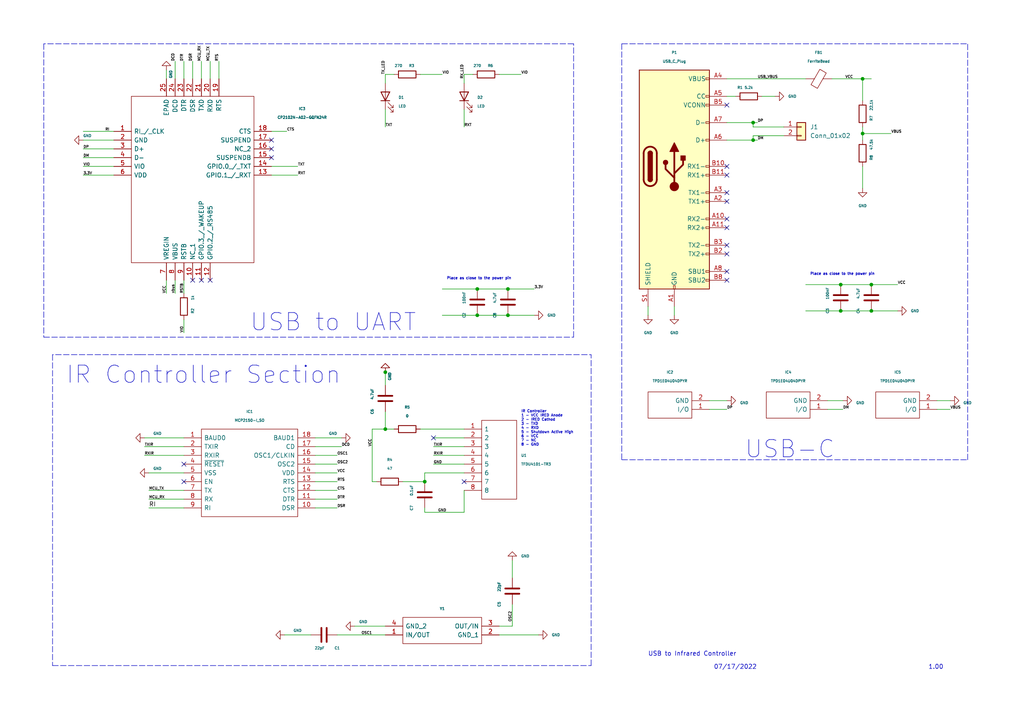
<source format=kicad_sch>
(kicad_sch (version 20211123) (generator eeschema)

  (uuid e63e39d7-6ac0-4ffd-8aa3-1841a4541b55)

  (paper "A4")

  (lib_symbols
    (symbol "Connector:USB_C_Plug" (pin_names (offset 1.016)) (in_bom yes) (on_board yes)
      (property "Reference" "P" (id 0) (at -10.16 29.21 0)
        (effects (font (size 1.27 1.27)) (justify left))
      )
      (property "Value" "USB_C_Plug" (id 1) (at 10.16 29.21 0)
        (effects (font (size 1.27 1.27)) (justify right))
      )
      (property "Footprint" "" (id 2) (at 3.81 0 0)
        (effects (font (size 1.27 1.27)) hide)
      )
      (property "Datasheet" "https://www.usb.org/sites/default/files/documents/usb_type-c.zip" (id 3) (at 3.81 0 0)
        (effects (font (size 1.27 1.27)) hide)
      )
      (property "ki_keywords" "usb universal serial bus" (id 4) (at 0 0 0)
        (effects (font (size 1.27 1.27)) hide)
      )
      (property "ki_description" "USB Type-C Plug connector" (id 5) (at 0 0 0)
        (effects (font (size 1.27 1.27)) hide)
      )
      (property "ki_fp_filters" "USB*C*Plug*" (id 6) (at 0 0 0)
        (effects (font (size 1.27 1.27)) hide)
      )
      (symbol "USB_C_Plug_0_0"
        (rectangle (start -0.254 -35.56) (end 0.254 -34.544)
          (stroke (width 0) (type default) (color 0 0 0 0))
          (fill (type none))
        )
        (rectangle (start 10.16 -32.766) (end 9.144 -33.274)
          (stroke (width 0) (type default) (color 0 0 0 0))
          (fill (type none))
        )
        (rectangle (start 10.16 -30.226) (end 9.144 -30.734)
          (stroke (width 0) (type default) (color 0 0 0 0))
          (fill (type none))
        )
        (rectangle (start 10.16 -25.146) (end 9.144 -25.654)
          (stroke (width 0) (type default) (color 0 0 0 0))
          (fill (type none))
        )
        (rectangle (start 10.16 -22.606) (end 9.144 -23.114)
          (stroke (width 0) (type default) (color 0 0 0 0))
          (fill (type none))
        )
        (rectangle (start 10.16 -17.526) (end 9.144 -18.034)
          (stroke (width 0) (type default) (color 0 0 0 0))
          (fill (type none))
        )
        (rectangle (start 10.16 -14.986) (end 9.144 -15.494)
          (stroke (width 0) (type default) (color 0 0 0 0))
          (fill (type none))
        )
        (rectangle (start 10.16 -9.906) (end 9.144 -10.414)
          (stroke (width 0) (type default) (color 0 0 0 0))
          (fill (type none))
        )
        (rectangle (start 10.16 -7.366) (end 9.144 -7.874)
          (stroke (width 0) (type default) (color 0 0 0 0))
          (fill (type none))
        )
        (rectangle (start 10.16 -2.286) (end 9.144 -2.794)
          (stroke (width 0) (type default) (color 0 0 0 0))
          (fill (type none))
        )
        (rectangle (start 10.16 0.254) (end 9.144 -0.254)
          (stroke (width 0) (type default) (color 0 0 0 0))
          (fill (type none))
        )
        (rectangle (start 10.16 7.874) (end 9.144 7.366)
          (stroke (width 0) (type default) (color 0 0 0 0))
          (fill (type none))
        )
        (rectangle (start 10.16 12.954) (end 9.144 12.446)
          (stroke (width 0) (type default) (color 0 0 0 0))
          (fill (type none))
        )
        (rectangle (start 10.16 18.034) (end 9.144 17.526)
          (stroke (width 0) (type default) (color 0 0 0 0))
          (fill (type none))
        )
        (rectangle (start 10.16 20.574) (end 9.144 20.066)
          (stroke (width 0) (type default) (color 0 0 0 0))
          (fill (type none))
        )
        (rectangle (start 10.16 25.654) (end 9.144 25.146)
          (stroke (width 0) (type default) (color 0 0 0 0))
          (fill (type none))
        )
      )
      (symbol "USB_C_Plug_0_1"
        (rectangle (start -10.16 27.94) (end 10.16 -35.56)
          (stroke (width 0.254) (type default) (color 0 0 0 0))
          (fill (type background))
        )
        (arc (start -8.89 -3.81) (mid -6.985 -5.715) (end -5.08 -3.81)
          (stroke (width 0.508) (type default) (color 0 0 0 0))
          (fill (type none))
        )
        (arc (start -7.62 -3.81) (mid -6.985 -4.445) (end -6.35 -3.81)
          (stroke (width 0.254) (type default) (color 0 0 0 0))
          (fill (type none))
        )
        (arc (start -7.62 -3.81) (mid -6.985 -4.445) (end -6.35 -3.81)
          (stroke (width 0.254) (type default) (color 0 0 0 0))
          (fill (type outline))
        )
        (rectangle (start -7.62 -3.81) (end -6.35 3.81)
          (stroke (width 0.254) (type default) (color 0 0 0 0))
          (fill (type outline))
        )
        (arc (start -6.35 3.81) (mid -6.985 4.445) (end -7.62 3.81)
          (stroke (width 0.254) (type default) (color 0 0 0 0))
          (fill (type none))
        )
        (arc (start -6.35 3.81) (mid -6.985 4.445) (end -7.62 3.81)
          (stroke (width 0.254) (type default) (color 0 0 0 0))
          (fill (type outline))
        )
        (arc (start -5.08 3.81) (mid -6.985 5.715) (end -8.89 3.81)
          (stroke (width 0.508) (type default) (color 0 0 0 0))
          (fill (type none))
        )
        (polyline
          (pts
            (xy -8.89 -3.81)
            (xy -8.89 3.81)
          )
          (stroke (width 0.508) (type default) (color 0 0 0 0))
          (fill (type none))
        )
        (polyline
          (pts
            (xy -5.08 3.81)
            (xy -5.08 -3.81)
          )
          (stroke (width 0.508) (type default) (color 0 0 0 0))
          (fill (type none))
        )
      )
      (symbol "USB_C_Plug_1_1"
        (circle (center -2.54 1.143) (radius 0.635)
          (stroke (width 0.254) (type default) (color 0 0 0 0))
          (fill (type outline))
        )
        (circle (center 0 -5.842) (radius 1.27)
          (stroke (width 0) (type default) (color 0 0 0 0))
          (fill (type outline))
        )
        (polyline
          (pts
            (xy 0 -5.842)
            (xy 0 4.318)
          )
          (stroke (width 0.508) (type default) (color 0 0 0 0))
          (fill (type none))
        )
        (polyline
          (pts
            (xy 0 -3.302)
            (xy -2.54 -0.762)
            (xy -2.54 0.508)
          )
          (stroke (width 0.508) (type default) (color 0 0 0 0))
          (fill (type none))
        )
        (polyline
          (pts
            (xy 0 -2.032)
            (xy 2.54 0.508)
            (xy 2.54 1.778)
          )
          (stroke (width 0.508) (type default) (color 0 0 0 0))
          (fill (type none))
        )
        (polyline
          (pts
            (xy -1.27 4.318)
            (xy 0 6.858)
            (xy 1.27 4.318)
            (xy -1.27 4.318)
          )
          (stroke (width 0.254) (type default) (color 0 0 0 0))
          (fill (type outline))
        )
        (rectangle (start 1.905 1.778) (end 3.175 3.048)
          (stroke (width 0.254) (type default) (color 0 0 0 0))
          (fill (type outline))
        )
        (pin passive line (at 0 -40.64 90) (length 5.08)
          (name "GND" (effects (font (size 1.27 1.27))))
          (number "A1" (effects (font (size 1.27 1.27))))
        )
        (pin bidirectional line (at 15.24 -15.24 180) (length 5.08)
          (name "RX2-" (effects (font (size 1.27 1.27))))
          (number "A10" (effects (font (size 1.27 1.27))))
        )
        (pin bidirectional line (at 15.24 -17.78 180) (length 5.08)
          (name "RX2+" (effects (font (size 1.27 1.27))))
          (number "A11" (effects (font (size 1.27 1.27))))
        )
        (pin passive line (at 0 -40.64 90) (length 5.08) hide
          (name "GND" (effects (font (size 1.27 1.27))))
          (number "A12" (effects (font (size 1.27 1.27))))
        )
        (pin bidirectional line (at 15.24 -10.16 180) (length 5.08)
          (name "TX1+" (effects (font (size 1.27 1.27))))
          (number "A2" (effects (font (size 1.27 1.27))))
        )
        (pin bidirectional line (at 15.24 -7.62 180) (length 5.08)
          (name "TX1-" (effects (font (size 1.27 1.27))))
          (number "A3" (effects (font (size 1.27 1.27))))
        )
        (pin passive line (at 15.24 25.4 180) (length 5.08)
          (name "VBUS" (effects (font (size 1.27 1.27))))
          (number "A4" (effects (font (size 1.27 1.27))))
        )
        (pin bidirectional line (at 15.24 20.32 180) (length 5.08)
          (name "CC" (effects (font (size 1.27 1.27))))
          (number "A5" (effects (font (size 1.27 1.27))))
        )
        (pin bidirectional line (at 15.24 7.62 180) (length 5.08)
          (name "D+" (effects (font (size 1.27 1.27))))
          (number "A6" (effects (font (size 1.27 1.27))))
        )
        (pin bidirectional line (at 15.24 12.7 180) (length 5.08)
          (name "D-" (effects (font (size 1.27 1.27))))
          (number "A7" (effects (font (size 1.27 1.27))))
        )
        (pin bidirectional line (at 15.24 -30.48 180) (length 5.08)
          (name "SBU1" (effects (font (size 1.27 1.27))))
          (number "A8" (effects (font (size 1.27 1.27))))
        )
        (pin passive line (at 15.24 25.4 180) (length 5.08) hide
          (name "VBUS" (effects (font (size 1.27 1.27))))
          (number "A9" (effects (font (size 1.27 1.27))))
        )
        (pin passive line (at 0 -40.64 90) (length 5.08) hide
          (name "GND" (effects (font (size 1.27 1.27))))
          (number "B1" (effects (font (size 1.27 1.27))))
        )
        (pin bidirectional line (at 15.24 0 180) (length 5.08)
          (name "RX1-" (effects (font (size 1.27 1.27))))
          (number "B10" (effects (font (size 1.27 1.27))))
        )
        (pin bidirectional line (at 15.24 -2.54 180) (length 5.08)
          (name "RX1+" (effects (font (size 1.27 1.27))))
          (number "B11" (effects (font (size 1.27 1.27))))
        )
        (pin passive line (at 0 -40.64 90) (length 5.08) hide
          (name "GND" (effects (font (size 1.27 1.27))))
          (number "B12" (effects (font (size 1.27 1.27))))
        )
        (pin bidirectional line (at 15.24 -25.4 180) (length 5.08)
          (name "TX2+" (effects (font (size 1.27 1.27))))
          (number "B2" (effects (font (size 1.27 1.27))))
        )
        (pin bidirectional line (at 15.24 -22.86 180) (length 5.08)
          (name "TX2-" (effects (font (size 1.27 1.27))))
          (number "B3" (effects (font (size 1.27 1.27))))
        )
        (pin passive line (at 15.24 25.4 180) (length 5.08) hide
          (name "VBUS" (effects (font (size 1.27 1.27))))
          (number "B4" (effects (font (size 1.27 1.27))))
        )
        (pin bidirectional line (at 15.24 17.78 180) (length 5.08)
          (name "VCONN" (effects (font (size 1.27 1.27))))
          (number "B5" (effects (font (size 1.27 1.27))))
        )
        (pin bidirectional line (at 15.24 -33.02 180) (length 5.08)
          (name "SBU2" (effects (font (size 1.27 1.27))))
          (number "B8" (effects (font (size 1.27 1.27))))
        )
        (pin passive line (at 15.24 25.4 180) (length 5.08) hide
          (name "VBUS" (effects (font (size 1.27 1.27))))
          (number "B9" (effects (font (size 1.27 1.27))))
        )
        (pin passive line (at -7.62 -40.64 90) (length 5.08)
          (name "SHIELD" (effects (font (size 1.27 1.27))))
          (number "S1" (effects (font (size 1.27 1.27))))
        )
      )
    )
    (symbol "Connector_Generic:Conn_01x02" (pin_names (offset 1.016) hide) (in_bom yes) (on_board yes)
      (property "Reference" "J" (id 0) (at 0 2.54 0)
        (effects (font (size 1.27 1.27)))
      )
      (property "Value" "Conn_01x02" (id 1) (at 0 -5.08 0)
        (effects (font (size 1.27 1.27)))
      )
      (property "Footprint" "" (id 2) (at 0 0 0)
        (effects (font (size 1.27 1.27)) hide)
      )
      (property "Datasheet" "~" (id 3) (at 0 0 0)
        (effects (font (size 1.27 1.27)) hide)
      )
      (property "ki_keywords" "connector" (id 4) (at 0 0 0)
        (effects (font (size 1.27 1.27)) hide)
      )
      (property "ki_description" "Generic connector, single row, 01x02, script generated (kicad-library-utils/schlib/autogen/connector/)" (id 5) (at 0 0 0)
        (effects (font (size 1.27 1.27)) hide)
      )
      (property "ki_fp_filters" "Connector*:*_1x??_*" (id 6) (at 0 0 0)
        (effects (font (size 1.27 1.27)) hide)
      )
      (symbol "Conn_01x02_1_1"
        (rectangle (start -1.27 -2.413) (end 0 -2.667)
          (stroke (width 0.1524) (type default) (color 0 0 0 0))
          (fill (type none))
        )
        (rectangle (start -1.27 0.127) (end 0 -0.127)
          (stroke (width 0.1524) (type default) (color 0 0 0 0))
          (fill (type none))
        )
        (rectangle (start -1.27 1.27) (end 1.27 -3.81)
          (stroke (width 0.254) (type default) (color 0 0 0 0))
          (fill (type background))
        )
        (pin passive line (at -5.08 0 0) (length 3.81)
          (name "Pin_1" (effects (font (size 1.27 1.27))))
          (number "1" (effects (font (size 1.27 1.27))))
        )
        (pin passive line (at -5.08 -2.54 0) (length 3.81)
          (name "Pin_2" (effects (font (size 1.27 1.27))))
          (number "2" (effects (font (size 1.27 1.27))))
        )
      )
    )
    (symbol "Device:C" (pin_numbers hide) (pin_names (offset 0.254)) (in_bom yes) (on_board yes)
      (property "Reference" "C" (id 0) (at 0.635 2.54 0)
        (effects (font (size 1.27 1.27)) (justify left))
      )
      (property "Value" "C" (id 1) (at 0.635 -2.54 0)
        (effects (font (size 1.27 1.27)) (justify left))
      )
      (property "Footprint" "" (id 2) (at 0.9652 -3.81 0)
        (effects (font (size 1.27 1.27)) hide)
      )
      (property "Datasheet" "~" (id 3) (at 0 0 0)
        (effects (font (size 1.27 1.27)) hide)
      )
      (property "ki_keywords" "cap capacitor" (id 4) (at 0 0 0)
        (effects (font (size 1.27 1.27)) hide)
      )
      (property "ki_description" "Unpolarized capacitor" (id 5) (at 0 0 0)
        (effects (font (size 1.27 1.27)) hide)
      )
      (property "ki_fp_filters" "C_*" (id 6) (at 0 0 0)
        (effects (font (size 1.27 1.27)) hide)
      )
      (symbol "C_0_1"
        (polyline
          (pts
            (xy -2.032 -0.762)
            (xy 2.032 -0.762)
          )
          (stroke (width 0.508) (type default) (color 0 0 0 0))
          (fill (type none))
        )
        (polyline
          (pts
            (xy -2.032 0.762)
            (xy 2.032 0.762)
          )
          (stroke (width 0.508) (type default) (color 0 0 0 0))
          (fill (type none))
        )
      )
      (symbol "C_1_1"
        (pin passive line (at 0 3.81 270) (length 2.794)
          (name "~" (effects (font (size 1.27 1.27))))
          (number "1" (effects (font (size 1.27 1.27))))
        )
        (pin passive line (at 0 -3.81 90) (length 2.794)
          (name "~" (effects (font (size 1.27 1.27))))
          (number "2" (effects (font (size 1.27 1.27))))
        )
      )
    )
    (symbol "Device:FerriteBead" (pin_numbers hide) (pin_names (offset 0)) (in_bom yes) (on_board yes)
      (property "Reference" "FB" (id 0) (at -3.81 0.635 90)
        (effects (font (size 1.27 1.27)))
      )
      (property "Value" "FerriteBead" (id 1) (at 3.81 0 90)
        (effects (font (size 1.27 1.27)))
      )
      (property "Footprint" "" (id 2) (at -1.778 0 90)
        (effects (font (size 1.27 1.27)) hide)
      )
      (property "Datasheet" "~" (id 3) (at 0 0 0)
        (effects (font (size 1.27 1.27)) hide)
      )
      (property "ki_keywords" "L ferrite bead inductor filter" (id 4) (at 0 0 0)
        (effects (font (size 1.27 1.27)) hide)
      )
      (property "ki_description" "Ferrite bead" (id 5) (at 0 0 0)
        (effects (font (size 1.27 1.27)) hide)
      )
      (property "ki_fp_filters" "Inductor_* L_* *Ferrite*" (id 6) (at 0 0 0)
        (effects (font (size 1.27 1.27)) hide)
      )
      (symbol "FerriteBead_0_1"
        (polyline
          (pts
            (xy 0 -1.27)
            (xy 0 -1.2192)
          )
          (stroke (width 0) (type default) (color 0 0 0 0))
          (fill (type none))
        )
        (polyline
          (pts
            (xy 0 1.27)
            (xy 0 1.2954)
          )
          (stroke (width 0) (type default) (color 0 0 0 0))
          (fill (type none))
        )
        (polyline
          (pts
            (xy -2.7686 0.4064)
            (xy -1.7018 2.2606)
            (xy 2.7686 -0.3048)
            (xy 1.6764 -2.159)
            (xy -2.7686 0.4064)
          )
          (stroke (width 0) (type default) (color 0 0 0 0))
          (fill (type none))
        )
      )
      (symbol "FerriteBead_1_1"
        (pin passive line (at 0 3.81 270) (length 2.54)
          (name "~" (effects (font (size 1.27 1.27))))
          (number "1" (effects (font (size 1.27 1.27))))
        )
        (pin passive line (at 0 -3.81 90) (length 2.54)
          (name "~" (effects (font (size 1.27 1.27))))
          (number "2" (effects (font (size 1.27 1.27))))
        )
      )
    )
    (symbol "Device:LED" (pin_numbers hide) (pin_names (offset 1.016) hide) (in_bom yes) (on_board yes)
      (property "Reference" "D" (id 0) (at 0 2.54 0)
        (effects (font (size 1.27 1.27)))
      )
      (property "Value" "LED" (id 1) (at 0 -2.54 0)
        (effects (font (size 1.27 1.27)))
      )
      (property "Footprint" "" (id 2) (at 0 0 0)
        (effects (font (size 1.27 1.27)) hide)
      )
      (property "Datasheet" "~" (id 3) (at 0 0 0)
        (effects (font (size 1.27 1.27)) hide)
      )
      (property "ki_keywords" "LED diode" (id 4) (at 0 0 0)
        (effects (font (size 1.27 1.27)) hide)
      )
      (property "ki_description" "Light emitting diode" (id 5) (at 0 0 0)
        (effects (font (size 1.27 1.27)) hide)
      )
      (property "ki_fp_filters" "LED* LED_SMD:* LED_THT:*" (id 6) (at 0 0 0)
        (effects (font (size 1.27 1.27)) hide)
      )
      (symbol "LED_0_1"
        (polyline
          (pts
            (xy -1.27 -1.27)
            (xy -1.27 1.27)
          )
          (stroke (width 0.254) (type default) (color 0 0 0 0))
          (fill (type none))
        )
        (polyline
          (pts
            (xy -1.27 0)
            (xy 1.27 0)
          )
          (stroke (width 0) (type default) (color 0 0 0 0))
          (fill (type none))
        )
        (polyline
          (pts
            (xy 1.27 -1.27)
            (xy 1.27 1.27)
            (xy -1.27 0)
            (xy 1.27 -1.27)
          )
          (stroke (width 0.254) (type default) (color 0 0 0 0))
          (fill (type none))
        )
        (polyline
          (pts
            (xy -3.048 -0.762)
            (xy -4.572 -2.286)
            (xy -3.81 -2.286)
            (xy -4.572 -2.286)
            (xy -4.572 -1.524)
          )
          (stroke (width 0) (type default) (color 0 0 0 0))
          (fill (type none))
        )
        (polyline
          (pts
            (xy -1.778 -0.762)
            (xy -3.302 -2.286)
            (xy -2.54 -2.286)
            (xy -3.302 -2.286)
            (xy -3.302 -1.524)
          )
          (stroke (width 0) (type default) (color 0 0 0 0))
          (fill (type none))
        )
      )
      (symbol "LED_1_1"
        (pin passive line (at -3.81 0 0) (length 2.54)
          (name "K" (effects (font (size 1.27 1.27))))
          (number "1" (effects (font (size 1.27 1.27))))
        )
        (pin passive line (at 3.81 0 180) (length 2.54)
          (name "A" (effects (font (size 1.27 1.27))))
          (number "2" (effects (font (size 1.27 1.27))))
        )
      )
    )
    (symbol "Device:R" (pin_numbers hide) (pin_names (offset 0)) (in_bom yes) (on_board yes)
      (property "Reference" "R" (id 0) (at 2.032 0 90)
        (effects (font (size 1.27 1.27)))
      )
      (property "Value" "R" (id 1) (at 0 0 90)
        (effects (font (size 1.27 1.27)))
      )
      (property "Footprint" "" (id 2) (at -1.778 0 90)
        (effects (font (size 1.27 1.27)) hide)
      )
      (property "Datasheet" "~" (id 3) (at 0 0 0)
        (effects (font (size 1.27 1.27)) hide)
      )
      (property "ki_keywords" "R res resistor" (id 4) (at 0 0 0)
        (effects (font (size 1.27 1.27)) hide)
      )
      (property "ki_description" "Resistor" (id 5) (at 0 0 0)
        (effects (font (size 1.27 1.27)) hide)
      )
      (property "ki_fp_filters" "R_*" (id 6) (at 0 0 0)
        (effects (font (size 1.27 1.27)) hide)
      )
      (symbol "R_0_1"
        (rectangle (start -1.016 -2.54) (end 1.016 2.54)
          (stroke (width 0.254) (type default) (color 0 0 0 0))
          (fill (type none))
        )
      )
      (symbol "R_1_1"
        (pin passive line (at 0 3.81 270) (length 1.27)
          (name "~" (effects (font (size 1.27 1.27))))
          (number "1" (effects (font (size 1.27 1.27))))
        )
        (pin passive line (at 0 -3.81 90) (length 1.27)
          (name "~" (effects (font (size 1.27 1.27))))
          (number "2" (effects (font (size 1.27 1.27))))
        )
      )
    )
    (symbol "SamacSys_Parts:CP2102N-A02-GQFN24R" (pin_names (offset 0.762)) (in_bom yes) (on_board yes)
      (property "Reference" "IC" (id 0) (at 41.91 15.24 0)
        (effects (font (size 1.27 1.27)) (justify left))
      )
      (property "Value" "CP2102N-A02-GQFN24R" (id 1) (at 41.91 12.7 0)
        (effects (font (size 1.27 1.27)) (justify left))
      )
      (property "Footprint" "QFN50P400X400X80-25N-D" (id 2) (at 41.91 10.16 0)
        (effects (font (size 1.27 1.27)) (justify left) hide)
      )
      (property "Datasheet" "https://www.silabs.com/documents/public/data-sheets/cp2102n-datasheet.pdf" (id 3) (at 41.91 7.62 0)
        (effects (font (size 1.27 1.27)) (justify left) hide)
      )
      (property "Description" "USB Interface IC USB to UART bridge - QFN24" (id 4) (at 41.91 5.08 0)
        (effects (font (size 1.27 1.27)) (justify left) hide)
      )
      (property "Height" "0.8" (id 5) (at 41.91 2.54 0)
        (effects (font (size 1.27 1.27)) (justify left) hide)
      )
      (property "Mouser Part Number" "634-CP2102NA02QFN24R" (id 6) (at 41.91 0 0)
        (effects (font (size 1.27 1.27)) (justify left) hide)
      )
      (property "Mouser Price/Stock" "https://www.mouser.co.uk/ProductDetail/Silicon-Labs/CP2102N-A02-GQFN24R?qs=u16ybLDytRaIVBf0X4zL0g%3D%3D" (id 7) (at 41.91 -2.54 0)
        (effects (font (size 1.27 1.27)) (justify left) hide)
      )
      (property "Manufacturer_Name" "Silicon Labs" (id 8) (at 41.91 -5.08 0)
        (effects (font (size 1.27 1.27)) (justify left) hide)
      )
      (property "Manufacturer_Part_Number" "CP2102N-A02-GQFN24R" (id 9) (at 41.91 -7.62 0)
        (effects (font (size 1.27 1.27)) (justify left) hide)
      )
      (property "ki_description" "USB Interface IC USB to UART bridge - QFN24" (id 10) (at 0 0 0)
        (effects (font (size 1.27 1.27)) hide)
      )
      (symbol "CP2102N-A02-GQFN24R_0_0"
        (pin passive line (at 0 0 0) (length 5.08)
          (name "RI_/_CLK" (effects (font (size 1.27 1.27))))
          (number "1" (effects (font (size 1.27 1.27))))
        )
        (pin passive line (at 22.86 -43.18 90) (length 5.08)
          (name "NC_1" (effects (font (size 1.27 1.27))))
          (number "10" (effects (font (size 1.27 1.27))))
        )
        (pin passive line (at 25.4 -43.18 90) (length 5.08)
          (name "GPIO.3_/_WAKEUP" (effects (font (size 1.27 1.27))))
          (number "11" (effects (font (size 1.27 1.27))))
        )
        (pin passive line (at 27.94 -43.18 90) (length 5.08)
          (name "GPIO.2_/_RS485" (effects (font (size 1.27 1.27))))
          (number "12" (effects (font (size 1.27 1.27))))
        )
        (pin passive line (at 45.72 -12.7 180) (length 5.08)
          (name "GPIO.1_/_RXT" (effects (font (size 1.27 1.27))))
          (number "13" (effects (font (size 1.27 1.27))))
        )
        (pin passive line (at 45.72 -10.16 180) (length 5.08)
          (name "GPIO.0_/_TXT" (effects (font (size 1.27 1.27))))
          (number "14" (effects (font (size 1.27 1.27))))
        )
        (pin passive line (at 45.72 -7.62 180) (length 5.08)
          (name "SUSPENDB" (effects (font (size 1.27 1.27))))
          (number "15" (effects (font (size 1.27 1.27))))
        )
        (pin passive line (at 45.72 -5.08 180) (length 5.08)
          (name "NC_2" (effects (font (size 1.27 1.27))))
          (number "16" (effects (font (size 1.27 1.27))))
        )
        (pin passive line (at 45.72 -2.54 180) (length 5.08)
          (name "SUSPEND" (effects (font (size 1.27 1.27))))
          (number "17" (effects (font (size 1.27 1.27))))
        )
        (pin passive line (at 45.72 0 180) (length 5.08)
          (name "CTS" (effects (font (size 1.27 1.27))))
          (number "18" (effects (font (size 1.27 1.27))))
        )
        (pin passive line (at 30.48 15.24 270) (length 5.08)
          (name "RTS" (effects (font (size 1.27 1.27))))
          (number "19" (effects (font (size 1.27 1.27))))
        )
        (pin passive line (at 0 -2.54 0) (length 5.08)
          (name "GND" (effects (font (size 1.27 1.27))))
          (number "2" (effects (font (size 1.27 1.27))))
        )
        (pin passive line (at 27.94 15.24 270) (length 5.08)
          (name "RXD" (effects (font (size 1.27 1.27))))
          (number "20" (effects (font (size 1.27 1.27))))
        )
        (pin passive line (at 25.4 15.24 270) (length 5.08)
          (name "TXD" (effects (font (size 1.27 1.27))))
          (number "21" (effects (font (size 1.27 1.27))))
        )
        (pin passive line (at 22.86 15.24 270) (length 5.08)
          (name "DSR" (effects (font (size 1.27 1.27))))
          (number "22" (effects (font (size 1.27 1.27))))
        )
        (pin passive line (at 20.32 15.24 270) (length 5.08)
          (name "DTR" (effects (font (size 1.27 1.27))))
          (number "23" (effects (font (size 1.27 1.27))))
        )
        (pin passive line (at 17.78 15.24 270) (length 5.08)
          (name "DCD" (effects (font (size 1.27 1.27))))
          (number "24" (effects (font (size 1.27 1.27))))
        )
        (pin passive line (at 15.24 15.24 270) (length 5.08)
          (name "EPAD" (effects (font (size 1.27 1.27))))
          (number "25" (effects (font (size 1.27 1.27))))
        )
        (pin passive line (at 0 -5.08 0) (length 5.08)
          (name "D+" (effects (font (size 1.27 1.27))))
          (number "3" (effects (font (size 1.27 1.27))))
        )
        (pin passive line (at 0 -7.62 0) (length 5.08)
          (name "D-" (effects (font (size 1.27 1.27))))
          (number "4" (effects (font (size 1.27 1.27))))
        )
        (pin passive line (at 0 -10.16 0) (length 5.08)
          (name "VIO" (effects (font (size 1.27 1.27))))
          (number "5" (effects (font (size 1.27 1.27))))
        )
        (pin passive line (at 0 -12.7 0) (length 5.08)
          (name "VDD" (effects (font (size 1.27 1.27))))
          (number "6" (effects (font (size 1.27 1.27))))
        )
        (pin passive line (at 15.24 -43.18 90) (length 5.08)
          (name "VREGIN" (effects (font (size 1.27 1.27))))
          (number "7" (effects (font (size 1.27 1.27))))
        )
        (pin passive line (at 17.78 -43.18 90) (length 5.08)
          (name "VBUS" (effects (font (size 1.27 1.27))))
          (number "8" (effects (font (size 1.27 1.27))))
        )
        (pin passive line (at 20.32 -43.18 90) (length 5.08)
          (name "RSTB" (effects (font (size 1.27 1.27))))
          (number "9" (effects (font (size 1.27 1.27))))
        )
      )
      (symbol "CP2102N-A02-GQFN24R_0_1"
        (polyline
          (pts
            (xy 5.08 10.16)
            (xy 40.64 10.16)
            (xy 40.64 -38.1)
            (xy 5.08 -38.1)
            (xy 5.08 10.16)
          )
          (stroke (width 0.1524) (type default) (color 0 0 0 0))
          (fill (type none))
        )
      )
    )
    (symbol "SamacSys_Parts:ECS-110.5-18-30B-AGN-TR" (pin_names (offset 0.762)) (in_bom yes) (on_board yes)
      (property "Reference" "Y" (id 0) (at 29.21 7.62 0)
        (effects (font (size 1.27 1.27)) (justify left))
      )
      (property "Value" "ECS-110.5-18-30B-AGN-TR" (id 1) (at 29.21 5.08 0)
        (effects (font (size 1.27 1.27)) (justify left))
      )
      (property "Footprint" "ECS11051830BAGNTR" (id 2) (at 29.21 2.54 0)
        (effects (font (size 1.27 1.27)) (justify left) hide)
      )
      (property "Datasheet" "https://www.arrow.com/en/products/ecs-110.5-18-30b-agn-tr/ecs-international" (id 3) (at 29.21 0 0)
        (effects (font (size 1.27 1.27)) (justify left) hide)
      )
      (property "Description" "Crystals 11.0592MHz 25ppm -40C +85C 18pF" (id 4) (at 29.21 -2.54 0)
        (effects (font (size 1.27 1.27)) (justify left) hide)
      )
      (property "Height" "0.85" (id 5) (at 29.21 -5.08 0)
        (effects (font (size 1.27 1.27)) (justify left) hide)
      )
      (property "Mouser Part Number" "520-110.5-18-30BAGNT" (id 6) (at 29.21 -7.62 0)
        (effects (font (size 1.27 1.27)) (justify left) hide)
      )
      (property "Mouser Price/Stock" "https://www.mouser.co.uk/ProductDetail/ECS/ECS-1105-18-30B-AGN-TR?qs=wd5RIQLrsJiRyB2fsmcbxQ%3D%3D" (id 7) (at 29.21 -10.16 0)
        (effects (font (size 1.27 1.27)) (justify left) hide)
      )
      (property "Manufacturer_Name" "ECS" (id 8) (at 29.21 -12.7 0)
        (effects (font (size 1.27 1.27)) (justify left) hide)
      )
      (property "Manufacturer_Part_Number" "ECS-110.5-18-30B-AGN-TR" (id 9) (at 29.21 -15.24 0)
        (effects (font (size 1.27 1.27)) (justify left) hide)
      )
      (property "ki_description" "Crystals 11.0592MHz 25ppm -40C +85C 18pF" (id 10) (at 0 0 0)
        (effects (font (size 1.27 1.27)) hide)
      )
      (symbol "ECS-110.5-18-30B-AGN-TR_0_0"
        (pin passive line (at 0 -2.54 0) (length 5.08)
          (name "IN/OUT" (effects (font (size 1.27 1.27))))
          (number "1" (effects (font (size 1.27 1.27))))
        )
        (pin passive line (at 33.02 -2.54 180) (length 5.08)
          (name "GND_1" (effects (font (size 1.27 1.27))))
          (number "2" (effects (font (size 1.27 1.27))))
        )
        (pin passive line (at 33.02 0 180) (length 5.08)
          (name "OUT/IN" (effects (font (size 1.27 1.27))))
          (number "3" (effects (font (size 1.27 1.27))))
        )
        (pin passive line (at 0 0 0) (length 5.08)
          (name "GND_2" (effects (font (size 1.27 1.27))))
          (number "4" (effects (font (size 1.27 1.27))))
        )
      )
      (symbol "ECS-110.5-18-30B-AGN-TR_0_1"
        (polyline
          (pts
            (xy 5.08 2.54)
            (xy 27.94 2.54)
            (xy 27.94 -5.08)
            (xy 5.08 -5.08)
            (xy 5.08 2.54)
          )
          (stroke (width 0.1524) (type default) (color 0 0 0 0))
          (fill (type none))
        )
      )
    )
    (symbol "SamacSys_Parts:MCP2150-I_SO" (pin_names (offset 0.762)) (in_bom yes) (on_board yes)
      (property "Reference" "IC" (id 0) (at 34.29 7.62 0)
        (effects (font (size 1.27 1.27)) (justify left))
      )
      (property "Value" "MCP2150-I_SO" (id 1) (at 34.29 5.08 0)
        (effects (font (size 1.27 1.27)) (justify left))
      )
      (property "Footprint" "SOIC127P1030X265-18N" (id 2) (at 34.29 2.54 0)
        (effects (font (size 1.27 1.27)) (justify left) hide)
      )
      (property "Datasheet" "" (id 3) (at 34.29 0 0)
        (effects (font (size 1.27 1.27)) (justify left) hide)
      )
      (property "Description" "IC, IRDA CTRL, 115.2KBAUD" (id 4) (at 34.29 -2.54 0)
        (effects (font (size 1.27 1.27)) (justify left) hide)
      )
      (property "Height" "" (id 5) (at 34.29 -5.08 0)
        (effects (font (size 1.27 1.27)) (justify left) hide)
      )
      (property "Mouser Part Number" "579-MCP2150-I/SO" (id 6) (at 34.29 -7.62 0)
        (effects (font (size 1.27 1.27)) (justify left) hide)
      )
      (property "Mouser Price/Stock" "https://www.mouser.co.uk/ProductDetail/Microchip-Technology/MCP2150-I-SO?qs=wEcZAI4A%2FB%252BWvZWqZUAkxw%3D%3D" (id 7) (at 34.29 -10.16 0)
        (effects (font (size 1.27 1.27)) (justify left) hide)
      )
      (property "Manufacturer_Name" "Microchip" (id 8) (at 34.29 -12.7 0)
        (effects (font (size 1.27 1.27)) (justify left) hide)
      )
      (property "Manufacturer_Part_Number" "MCP2150-I/SO" (id 9) (at 34.29 -15.24 0)
        (effects (font (size 1.27 1.27)) (justify left) hide)
      )
      (property "ki_description" "IC, IRDA CTRL, 115.2KBAUD" (id 10) (at 0 0 0)
        (effects (font (size 1.27 1.27)) hide)
      )
      (symbol "MCP2150-I_SO_0_0"
        (pin passive line (at 0 0 0) (length 5.08)
          (name "BAUD0" (effects (font (size 1.27 1.27))))
          (number "1" (effects (font (size 1.27 1.27))))
        )
        (pin passive line (at 38.1 -20.32 180) (length 5.08)
          (name "DSR" (effects (font (size 1.27 1.27))))
          (number "10" (effects (font (size 1.27 1.27))))
        )
        (pin passive line (at 38.1 -17.78 180) (length 5.08)
          (name "DTR" (effects (font (size 1.27 1.27))))
          (number "11" (effects (font (size 1.27 1.27))))
        )
        (pin passive line (at 38.1 -15.24 180) (length 5.08)
          (name "CTS" (effects (font (size 1.27 1.27))))
          (number "12" (effects (font (size 1.27 1.27))))
        )
        (pin passive line (at 38.1 -12.7 180) (length 5.08)
          (name "RTS" (effects (font (size 1.27 1.27))))
          (number "13" (effects (font (size 1.27 1.27))))
        )
        (pin passive line (at 38.1 -10.16 180) (length 5.08)
          (name "VDD" (effects (font (size 1.27 1.27))))
          (number "14" (effects (font (size 1.27 1.27))))
        )
        (pin passive line (at 38.1 -7.62 180) (length 5.08)
          (name "OSC2" (effects (font (size 1.27 1.27))))
          (number "15" (effects (font (size 1.27 1.27))))
        )
        (pin passive line (at 38.1 -5.08 180) (length 5.08)
          (name "OSC1/CLKIN" (effects (font (size 1.27 1.27))))
          (number "16" (effects (font (size 1.27 1.27))))
        )
        (pin passive line (at 38.1 -2.54 180) (length 5.08)
          (name "CD" (effects (font (size 1.27 1.27))))
          (number "17" (effects (font (size 1.27 1.27))))
        )
        (pin passive line (at 38.1 0 180) (length 5.08)
          (name "BAUD1" (effects (font (size 1.27 1.27))))
          (number "18" (effects (font (size 1.27 1.27))))
        )
        (pin passive line (at 0 -2.54 0) (length 5.08)
          (name "TXIR" (effects (font (size 1.27 1.27))))
          (number "2" (effects (font (size 1.27 1.27))))
        )
        (pin passive line (at 0 -5.08 0) (length 5.08)
          (name "RXIR" (effects (font (size 1.27 1.27))))
          (number "3" (effects (font (size 1.27 1.27))))
        )
        (pin passive line (at 0 -7.62 0) (length 5.08)
          (name "~{RESET}" (effects (font (size 1.27 1.27))))
          (number "4" (effects (font (size 1.27 1.27))))
        )
        (pin passive line (at 0 -10.16 0) (length 5.08)
          (name "VSS" (effects (font (size 1.27 1.27))))
          (number "5" (effects (font (size 1.27 1.27))))
        )
        (pin passive line (at 0 -12.7 0) (length 5.08)
          (name "EN" (effects (font (size 1.27 1.27))))
          (number "6" (effects (font (size 1.27 1.27))))
        )
        (pin passive line (at 0 -15.24 0) (length 5.08)
          (name "TX" (effects (font (size 1.27 1.27))))
          (number "7" (effects (font (size 1.27 1.27))))
        )
        (pin passive line (at 0 -17.78 0) (length 5.08)
          (name "RX" (effects (font (size 1.27 1.27))))
          (number "8" (effects (font (size 1.27 1.27))))
        )
        (pin passive line (at 0 -20.32 0) (length 5.08)
          (name "RI" (effects (font (size 1.27 1.27))))
          (number "9" (effects (font (size 1.27 1.27))))
        )
      )
      (symbol "MCP2150-I_SO_0_1"
        (polyline
          (pts
            (xy 5.08 2.54)
            (xy 33.02 2.54)
            (xy 33.02 -22.86)
            (xy 5.08 -22.86)
            (xy 5.08 2.54)
          )
          (stroke (width 0.1524) (type default) (color 0 0 0 0))
          (fill (type none))
        )
      )
    )
    (symbol "SamacSys_Parts:TFDU4101-TR3" (pin_names (offset 0.762)) (in_bom yes) (on_board yes)
      (property "Reference" "U" (id 0) (at 16.51 7.62 0)
        (effects (font (size 1.27 1.27)) (justify left))
      )
      (property "Value" "TFDU4101-TR3" (id 1) (at 16.51 5.08 0)
        (effects (font (size 1.27 1.27)) (justify left))
      )
      (property "Footprint" "TFDU4101-TR3" (id 2) (at 16.51 2.54 0)
        (effects (font (size 1.27 1.27)) (justify left) hide)
      )
      (property "Datasheet" "" (id 3) (at 16.51 0 0)
        (effects (font (size 1.27 1.27)) (justify left) hide)
      )
      (property "Description" "VISHAY Infrared Transceiver Module - TFDU4101-TR3 - TX,INFRARED, 115.2KBPS, MSL-4" (id 4) (at 16.51 -2.54 0)
        (effects (font (size 1.27 1.27)) (justify left) hide)
      )
      (property "Height" "" (id 5) (at 16.51 -5.08 0)
        (effects (font (size 1.27 1.27)) (justify left) hide)
      )
      (property "Mouser Part Number" "782-TFDU4101" (id 6) (at 16.51 -7.62 0)
        (effects (font (size 1.27 1.27)) (justify left) hide)
      )
      (property "Mouser Price/Stock" "https://www.mouser.co.uk/ProductDetail/Vishay-Semiconductors/TFDU4101-TR3?qs=4vzNq8kLoSZaXF7Bmpq4%252Bw%3D%3D" (id 7) (at 16.51 -10.16 0)
        (effects (font (size 1.27 1.27)) (justify left) hide)
      )
      (property "Manufacturer_Name" "Vishay" (id 8) (at 16.51 -12.7 0)
        (effects (font (size 1.27 1.27)) (justify left) hide)
      )
      (property "Manufacturer_Part_Number" "TFDU4101-TR3" (id 9) (at 16.51 -15.24 0)
        (effects (font (size 1.27 1.27)) (justify left) hide)
      )
      (property "ki_description" "VISHAY Infrared Transceiver Module - TFDU4101-TR3 - TX,INFRARED, 115.2KBPS, MSL-4" (id 10) (at 0 0 0)
        (effects (font (size 1.27 1.27)) hide)
      )
      (symbol "TFDU4101-TR3_0_0"
        (pin passive line (at 0 0 0) (length 5.08)
          (name "1" (effects (font (size 1.27 1.27))))
          (number "1" (effects (font (size 1.27 1.27))))
        )
        (pin passive line (at 0 -2.54 0) (length 5.08)
          (name "2" (effects (font (size 1.27 1.27))))
          (number "2" (effects (font (size 1.27 1.27))))
        )
        (pin passive line (at 0 -5.08 0) (length 5.08)
          (name "3" (effects (font (size 1.27 1.27))))
          (number "3" (effects (font (size 1.27 1.27))))
        )
        (pin passive line (at 0 -7.62 0) (length 5.08)
          (name "4" (effects (font (size 1.27 1.27))))
          (number "4" (effects (font (size 1.27 1.27))))
        )
        (pin passive line (at 0 -10.16 0) (length 5.08)
          (name "5" (effects (font (size 1.27 1.27))))
          (number "5" (effects (font (size 1.27 1.27))))
        )
        (pin passive line (at 0 -12.7 0) (length 5.08)
          (name "6" (effects (font (size 1.27 1.27))))
          (number "6" (effects (font (size 1.27 1.27))))
        )
        (pin passive line (at 0 -15.24 0) (length 5.08)
          (name "7" (effects (font (size 1.27 1.27))))
          (number "7" (effects (font (size 1.27 1.27))))
        )
        (pin passive line (at 0 -17.78 0) (length 5.08)
          (name "8" (effects (font (size 1.27 1.27))))
          (number "8" (effects (font (size 1.27 1.27))))
        )
      )
      (symbol "TFDU4101-TR3_0_1"
        (polyline
          (pts
            (xy 5.08 2.54)
            (xy 15.24 2.54)
            (xy 15.24 -20.32)
            (xy 5.08 -20.32)
            (xy 5.08 2.54)
          )
          (stroke (width 0.1524) (type default) (color 0 0 0 0))
          (fill (type none))
        )
      )
    )
    (symbol "SamacSys_Parts:TPD1E04U04DPYR" (pin_names (offset 0.762)) (in_bom yes) (on_board yes)
      (property "Reference" "IC" (id 0) (at 19.05 7.62 0)
        (effects (font (size 1.27 1.27)) (justify left))
      )
      (property "Value" "TPD1E04U04DPYR" (id 1) (at 19.05 5.08 0)
        (effects (font (size 1.27 1.27)) (justify left))
      )
      (property "Footprint" "TPD1E05U06DPYT" (id 2) (at 19.05 2.54 0)
        (effects (font (size 1.27 1.27)) (justify left) hide)
      )
      (property "Datasheet" "http://www.ti.com/lit/ds/symlink/tpd1e04u04.pdf?ts=1587934449697" (id 3) (at 19.05 0 0)
        (effects (font (size 1.27 1.27)) (justify left) hide)
      )
      (property "Description" "1-Channel ESD Protection Diode With Low Dynamic Resistance for HDMI 2.0 and USB 3.0" (id 4) (at 19.05 -2.54 0)
        (effects (font (size 1.27 1.27)) (justify left) hide)
      )
      (property "Height" "0.5" (id 5) (at 19.05 -5.08 0)
        (effects (font (size 1.27 1.27)) (justify left) hide)
      )
      (property "Mouser Part Number" "595-TPD1E04U04DPYR" (id 6) (at 19.05 -7.62 0)
        (effects (font (size 1.27 1.27)) (justify left) hide)
      )
      (property "Mouser Price/Stock" "https://www.mouser.co.uk/ProductDetail/Texas-Instruments/TPD1E04U04DPYR?qs=HjC056NR38E5M2oA7okrIw%3D%3D" (id 7) (at 19.05 -10.16 0)
        (effects (font (size 1.27 1.27)) (justify left) hide)
      )
      (property "Manufacturer_Name" "Texas Instruments" (id 8) (at 19.05 -12.7 0)
        (effects (font (size 1.27 1.27)) (justify left) hide)
      )
      (property "Manufacturer_Part_Number" "TPD1E04U04DPYR" (id 9) (at 19.05 -15.24 0)
        (effects (font (size 1.27 1.27)) (justify left) hide)
      )
      (property "ki_description" "1-Channel ESD Protection Diode With Low Dynamic Resistance for HDMI 2.0 and USB 3.0" (id 10) (at 0 0 0)
        (effects (font (size 1.27 1.27)) hide)
      )
      (symbol "TPD1E04U04DPYR_0_0"
        (pin passive line (at 0 0 0) (length 5.08)
          (name "I/O" (effects (font (size 1.27 1.27))))
          (number "1" (effects (font (size 1.27 1.27))))
        )
        (pin passive line (at 0 -2.54 0) (length 5.08)
          (name "GND" (effects (font (size 1.27 1.27))))
          (number "2" (effects (font (size 1.27 1.27))))
        )
      )
      (symbol "TPD1E04U04DPYR_0_1"
        (polyline
          (pts
            (xy 5.08 2.54)
            (xy 17.78 2.54)
            (xy 17.78 -5.08)
            (xy 5.08 -5.08)
            (xy 5.08 2.54)
          )
          (stroke (width 0.1524) (type default) (color 0 0 0 0))
          (fill (type none))
        )
      )
    )
    (symbol "power:GND" (power) (pin_names (offset 0)) (in_bom yes) (on_board yes)
      (property "Reference" "#PWR" (id 0) (at 0 -6.35 0)
        (effects (font (size 1.27 1.27)) hide)
      )
      (property "Value" "GND" (id 1) (at 0 -3.81 0)
        (effects (font (size 1.27 1.27)))
      )
      (property "Footprint" "" (id 2) (at 0 0 0)
        (effects (font (size 1.27 1.27)) hide)
      )
      (property "Datasheet" "" (id 3) (at 0 0 0)
        (effects (font (size 1.27 1.27)) hide)
      )
      (property "ki_keywords" "power-flag" (id 4) (at 0 0 0)
        (effects (font (size 1.27 1.27)) hide)
      )
      (property "ki_description" "Power symbol creates a global label with name \"GND\" , ground" (id 5) (at 0 0 0)
        (effects (font (size 1.27 1.27)) hide)
      )
      (symbol "GND_0_1"
        (polyline
          (pts
            (xy 0 0)
            (xy 0 -1.27)
            (xy 1.27 -1.27)
            (xy 0 -2.54)
            (xy -1.27 -1.27)
            (xy 0 -1.27)
          )
          (stroke (width 0) (type default) (color 0 0 0 0))
          (fill (type none))
        )
      )
      (symbol "GND_1_1"
        (pin power_in line (at 0 0 270) (length 0) hide
          (name "GND" (effects (font (size 1.27 1.27))))
          (number "1" (effects (font (size 1.27 1.27))))
        )
      )
    )
  )

  (junction (at 111.76 107.95) (diameter 0) (color 0 0 0 0)
    (uuid 197a3cd9-1e2b-4818-9abf-58190673402f)
  )
  (junction (at 111.76 124.46) (diameter 0) (color 0 0 0 0)
    (uuid 1fb57fc2-a25b-4825-8a60-bf9e4d75f364)
  )
  (junction (at 243.84 90.17) (diameter 0) (color 0 0 0 0)
    (uuid 2686459a-afe8-4c90-8cb7-bc31df7d05a9)
  )
  (junction (at 218.44 35.56) (diameter 0) (color 0 0 0 0)
    (uuid 27d47ce0-2b8c-4774-aa12-b6fd83dfad5e)
  )
  (junction (at 147.32 83.82) (diameter 0) (color 0 0 0 0)
    (uuid 495500b6-a288-4be9-ad83-f90a0a87587c)
  )
  (junction (at 250.19 38.735) (diameter 0) (color 0 0 0 0)
    (uuid 4f3360be-e3ee-4c18-9bcf-c384debef338)
  )
  (junction (at 123.19 139.7) (diameter 0) (color 0 0 0 0)
    (uuid 774f8e11-3bfc-41b4-88c8-522fb945b4f9)
  )
  (junction (at 252.73 82.55) (diameter 0) (color 0 0 0 0)
    (uuid 8d42209e-6624-4187-a589-a377fb713ab2)
  )
  (junction (at 138.43 91.44) (diameter 0) (color 0 0 0 0)
    (uuid 94a645b7-19b8-4e6f-b885-4aa7e65c4edf)
  )
  (junction (at 250.19 22.86) (diameter 0) (color 0 0 0 0)
    (uuid 9620f79f-8766-4e5b-8c5f-3701fb2e966b)
  )
  (junction (at 147.32 91.44) (diameter 0) (color 0 0 0 0)
    (uuid a9b7815c-0120-463f-8f10-ce225ee78981)
  )
  (junction (at 218.44 40.64) (diameter 0) (color 0 0 0 0)
    (uuid b1b3b1ab-5280-45bf-9739-7ddc9ff4011f)
  )
  (junction (at 252.73 90.17) (diameter 0) (color 0 0 0 0)
    (uuid be27396f-0757-4f6b-a8d9-af6180b66ab3)
  )
  (junction (at 243.84 82.55) (diameter 0) (color 0 0 0 0)
    (uuid d185e0b9-9d7e-45fd-9ac0-ce94d78f1c68)
  )
  (junction (at 138.43 83.82) (diameter 0) (color 0 0 0 0)
    (uuid fc191d56-a42a-4644-9f30-70e38a18c847)
  )

  (no_connect (at 53.34 134.62) (uuid 01ee55ae-4747-4d90-abe0-a46d89090149))
  (no_connect (at 210.82 30.48) (uuid 09aed25d-c97a-4a31-824b-2bd084e1a757))
  (no_connect (at 125.73 127) (uuid 4776085d-7e69-4357-a3fb-ab0af80e4567))
  (no_connect (at 134.62 139.7) (uuid 745239ab-a246-49c7-af7a-3de6c8ad446e))
  (no_connect (at 58.42 81.28) (uuid 9156d532-461f-40ee-a454-efb0311646f7))
  (no_connect (at 60.96 81.28) (uuid 9156d532-461f-40ee-a454-efb0311646f7))
  (no_connect (at 53.34 139.7) (uuid c237afce-28b4-4f32-b80e-f88fbe86ee00))
  (no_connect (at 210.82 81.28) (uuid c67f2777-f8ec-41af-b131-96d11464e1bc))
  (no_connect (at 210.82 78.74) (uuid c67f2777-f8ec-41af-b131-96d11464e1bd))
  (no_connect (at 210.82 73.66) (uuid c67f2777-f8ec-41af-b131-96d11464e1be))
  (no_connect (at 210.82 71.12) (uuid c67f2777-f8ec-41af-b131-96d11464e1bf))
  (no_connect (at 210.82 63.5) (uuid c67f2777-f8ec-41af-b131-96d11464e1c1))
  (no_connect (at 210.82 58.42) (uuid c67f2777-f8ec-41af-b131-96d11464e1c2))
  (no_connect (at 210.82 55.88) (uuid c67f2777-f8ec-41af-b131-96d11464e1c3))
  (no_connect (at 210.82 50.8) (uuid c67f2777-f8ec-41af-b131-96d11464e1c4))
  (no_connect (at 210.82 48.26) (uuid c67f2777-f8ec-41af-b131-96d11464e1c5))
  (no_connect (at 210.82 66.04) (uuid c67f2777-f8ec-41af-b131-96d11464e1c6))
  (no_connect (at 78.74 40.64) (uuid d60b8b85-b10b-4e8d-8b12-8bcd8742ae22))
  (no_connect (at 78.74 45.72) (uuid d60b8b85-b10b-4e8d-8b12-8bcd8742ae22))
  (no_connect (at 78.74 43.18) (uuid fa398d76-e65a-4fec-bd14-a4169f0f303c))
  (no_connect (at 55.88 81.28) (uuid fa398d76-e65a-4fec-bd14-a4169f0f303c))

  (wire (pts (xy 144.78 21.59) (xy 151.13 21.59))
    (stroke (width 0) (type default) (color 0 0 0 0))
    (uuid 01d282c8-300a-48bc-8604-8f0ab33a5a37)
  )
  (polyline (pts (xy 180.34 12.7) (xy 180.34 133.35))
    (stroke (width 0) (type default) (color 0 0 0 0))
    (uuid 0309eb0e-9235-4a85-be21-759c24830ad6)
  )
  (polyline (pts (xy 166.37 12.7) (xy 12.7 12.7))
    (stroke (width 0) (type default) (color 0 0 0 0))
    (uuid 0628dcaf-2165-474c-aacb-490062e3c272)
  )

  (wire (pts (xy 48.26 81.28) (xy 48.26 85.09))
    (stroke (width 0) (type default) (color 0 0 0 0))
    (uuid 09c3e1da-5fb9-4b33-a4cd-0eea0fd12980)
  )
  (wire (pts (xy 91.44 144.78) (xy 97.79 144.78))
    (stroke (width 0) (type default) (color 0 0 0 0))
    (uuid 0dff0653-9df0-46cb-88ee-dfff4be5bd82)
  )
  (wire (pts (xy 78.74 38.1) (xy 83.185 38.1))
    (stroke (width 0) (type default) (color 0 0 0 0))
    (uuid 0e31cf47-dbaa-40ed-8a40-477733b392b9)
  )
  (wire (pts (xy 114.3 124.46) (xy 111.76 124.46))
    (stroke (width 0) (type default) (color 0 0 0 0))
    (uuid 0e3f44cc-0646-48c4-9a1b-35a335392315)
  )
  (wire (pts (xy 134.62 142.24) (xy 134.62 148.59))
    (stroke (width 0) (type default) (color 0 0 0 0))
    (uuid 109db509-1cee-426a-b878-1380550581e2)
  )
  (wire (pts (xy 123.19 137.16) (xy 123.19 139.7))
    (stroke (width 0) (type default) (color 0 0 0 0))
    (uuid 12e85e4b-c9a1-485c-a7d3-6a32281f08c3)
  )
  (wire (pts (xy 250.19 38.735) (xy 250.19 40.64))
    (stroke (width 0) (type default) (color 0 0 0 0))
    (uuid 133c678d-451a-4cde-aef0-6a476c87922e)
  )
  (wire (pts (xy 111.76 31.75) (xy 111.76 36.83))
    (stroke (width 0) (type default) (color 0 0 0 0))
    (uuid 15f9978f-b06c-492b-b122-a1685d2eb266)
  )
  (wire (pts (xy 210.82 40.64) (xy 218.44 40.64))
    (stroke (width 0) (type default) (color 0 0 0 0))
    (uuid 16619273-3a1c-4f3d-8280-d98f9a76a188)
  )
  (wire (pts (xy 91.44 127) (xy 99.06 127))
    (stroke (width 0) (type default) (color 0 0 0 0))
    (uuid 17ed6b07-0873-426e-8c01-4507ff64e2e9)
  )
  (wire (pts (xy 250.19 38.735) (xy 258.445 38.735))
    (stroke (width 0) (type default) (color 0 0 0 0))
    (uuid 1844c1f2-10b0-4e5a-8210-9529ed367901)
  )
  (wire (pts (xy 24.13 38.1) (xy 33.02 38.1))
    (stroke (width 0) (type default) (color 0 0 0 0))
    (uuid 1b26c687-be7f-4f42-9ffa-4b3d0ee52dac)
  )
  (wire (pts (xy 134.62 31.75) (xy 134.62 36.83))
    (stroke (width 0) (type default) (color 0 0 0 0))
    (uuid 1c1e5c7a-9db3-43ed-9104-2e568b3da3f0)
  )
  (polyline (pts (xy 40.64 102.87) (xy 15.24 102.87))
    (stroke (width 0) (type default) (color 0 0 0 0))
    (uuid 1cc938d3-555e-49ed-ad8b-d4418ee7f611)
  )

  (wire (pts (xy 147.32 91.44) (xy 154.94 91.44))
    (stroke (width 0) (type default) (color 0 0 0 0))
    (uuid 1dce9a8b-c8c6-4fb7-87f6-47bd410e309d)
  )
  (wire (pts (xy 48.26 20.32) (xy 48.26 22.86))
    (stroke (width 0) (type default) (color 0 0 0 0))
    (uuid 2161fe5c-e838-40a1-9d89-d681dac9e9f6)
  )
  (wire (pts (xy 82.55 184.15) (xy 90.17 184.15))
    (stroke (width 0) (type default) (color 0 0 0 0))
    (uuid 259c5916-0067-421b-8600-edff36109f27)
  )
  (wire (pts (xy 121.92 21.59) (xy 128.27 21.59))
    (stroke (width 0) (type default) (color 0 0 0 0))
    (uuid 2ae3f4d3-6e2e-42f4-88dc-a1f9b3227e0d)
  )
  (wire (pts (xy 252.73 82.55) (xy 260.35 82.55))
    (stroke (width 0) (type default) (color 0 0 0 0))
    (uuid 2cc89c38-85c8-4ba3-be7b-78c2a287dfbd)
  )
  (wire (pts (xy 144.78 184.15) (xy 156.21 184.15))
    (stroke (width 0) (type default) (color 0 0 0 0))
    (uuid 2cddd4dd-ae12-4578-ab45-a0cc613efe29)
  )
  (wire (pts (xy 128.27 83.82) (xy 138.43 83.82))
    (stroke (width 0) (type default) (color 0 0 0 0))
    (uuid 30125060-2094-46c2-a2c3-adc6e2b1b372)
  )
  (wire (pts (xy 148.59 162.56) (xy 148.59 167.64))
    (stroke (width 0) (type default) (color 0 0 0 0))
    (uuid 32c7a37c-806a-48dc-850e-8011b8c5cbbf)
  )
  (wire (pts (xy 111.76 21.59) (xy 114.3 21.59))
    (stroke (width 0) (type default) (color 0 0 0 0))
    (uuid 34e63475-d742-4658-a5c8-28ffb2ef305b)
  )
  (wire (pts (xy 111.76 124.46) (xy 107.95 124.46))
    (stroke (width 0) (type default) (color 0 0 0 0))
    (uuid 364e0af8-b296-4a1e-9740-2ca582e5abb0)
  )
  (wire (pts (xy 210.82 35.56) (xy 218.44 35.56))
    (stroke (width 0) (type default) (color 0 0 0 0))
    (uuid 36c81bee-b828-4c5c-a957-1094f3908bf8)
  )
  (wire (pts (xy 250.19 22.86) (xy 250.19 29.21))
    (stroke (width 0) (type default) (color 0 0 0 0))
    (uuid 392ad4e5-a898-42b1-b069-9568d5fef0f5)
  )
  (wire (pts (xy 218.44 35.56) (xy 218.44 36.83))
    (stroke (width 0) (type default) (color 0 0 0 0))
    (uuid 3a56588e-1a5f-44ce-bdc3-d0bbc8fbfb36)
  )
  (wire (pts (xy 123.19 148.59) (xy 134.62 148.59))
    (stroke (width 0) (type default) (color 0 0 0 0))
    (uuid 3e1c69b9-7651-4f21-863a-7e759cc60b6a)
  )
  (polyline (pts (xy 280.67 133.35) (xy 280.67 12.7))
    (stroke (width 0) (type default) (color 0 0 0 0))
    (uuid 3e49e185-cc44-4aa9-b7c9-50d27c96c5df)
  )

  (wire (pts (xy 91.44 147.32) (xy 97.79 147.32))
    (stroke (width 0) (type default) (color 0 0 0 0))
    (uuid 43b34f85-2a67-4934-a17a-5a73630c1ad7)
  )
  (polyline (pts (xy 12.7 12.7) (xy 12.7 97.79))
    (stroke (width 0) (type default) (color 0 0 0 0))
    (uuid 43f23fc9-ae6f-4b5c-9c62-0656ea151fbb)
  )
  (polyline (pts (xy 180.34 133.35) (xy 280.67 133.35))
    (stroke (width 0) (type default) (color 0 0 0 0))
    (uuid 4580aaa7-06f5-4e41-b9cd-78237b2dc3c1)
  )

  (wire (pts (xy 50.8 17.78) (xy 50.8 22.86))
    (stroke (width 0) (type default) (color 0 0 0 0))
    (uuid 46dd76ad-f5bf-420b-95d3-daed1afc436c)
  )
  (wire (pts (xy 55.88 17.78) (xy 55.88 22.86))
    (stroke (width 0) (type default) (color 0 0 0 0))
    (uuid 470d6010-1af3-47d1-8997-b1c1b27251c0)
  )
  (wire (pts (xy 218.44 39.37) (xy 227.33 39.37))
    (stroke (width 0) (type default) (color 0 0 0 0))
    (uuid 4e3096b5-a333-402a-bf92-29dd66a7255d)
  )
  (wire (pts (xy 138.43 83.82) (xy 147.32 83.82))
    (stroke (width 0) (type default) (color 0 0 0 0))
    (uuid 505eddc5-03c4-4ccb-a898-6eae285671c8)
  )
  (wire (pts (xy 240.03 118.745) (xy 244.475 118.745))
    (stroke (width 0) (type default) (color 0 0 0 0))
    (uuid 50cef914-15ed-47ad-9f08-cc1424a86946)
  )
  (wire (pts (xy 78.74 48.26) (xy 86.36 48.26))
    (stroke (width 0) (type default) (color 0 0 0 0))
    (uuid 51e1a6b6-87e3-49e8-85d7-bbde50257258)
  )
  (wire (pts (xy 128.27 91.44) (xy 138.43 91.44))
    (stroke (width 0) (type default) (color 0 0 0 0))
    (uuid 53d2db73-3db3-4992-8ee2-cb6f4f669ce6)
  )
  (wire (pts (xy 123.19 148.59) (xy 123.19 147.32))
    (stroke (width 0) (type default) (color 0 0 0 0))
    (uuid 565ccf5a-cf41-499a-aaca-1a1e189543b4)
  )
  (wire (pts (xy 250.19 22.86) (xy 252.73 22.86))
    (stroke (width 0) (type default) (color 0 0 0 0))
    (uuid 56ae7ec6-fe23-44e9-ba90-5f368a6a9156)
  )
  (polyline (pts (xy 15.24 102.87) (xy 15.24 193.04))
    (stroke (width 0) (type default) (color 0 0 0 0))
    (uuid 56fc73f5-51c3-4378-a910-9c2635b622c8)
  )

  (wire (pts (xy 41.91 127) (xy 53.34 127))
    (stroke (width 0) (type default) (color 0 0 0 0))
    (uuid 588edff7-0c73-4840-9bee-b939ae2fc57a)
  )
  (wire (pts (xy 116.84 139.7) (xy 123.19 139.7))
    (stroke (width 0) (type default) (color 0 0 0 0))
    (uuid 58dbda05-89ec-4d7b-ae0e-c34b82c8173e)
  )
  (wire (pts (xy 107.95 139.7) (xy 107.95 124.46))
    (stroke (width 0) (type default) (color 0 0 0 0))
    (uuid 59a7ee3c-07d6-45c6-84eb-1080b4622f6b)
  )
  (wire (pts (xy 24.13 40.64) (xy 33.02 40.64))
    (stroke (width 0) (type default) (color 0 0 0 0))
    (uuid 5bb4f220-fec6-4075-97ae-d01e9e5ee125)
  )
  (wire (pts (xy 91.44 137.16) (xy 97.79 137.16))
    (stroke (width 0) (type default) (color 0 0 0 0))
    (uuid 5d0995dc-02ea-4f6d-8d2d-9d73b3f6de9a)
  )
  (wire (pts (xy 125.73 132.08) (xy 134.62 132.08))
    (stroke (width 0) (type default) (color 0 0 0 0))
    (uuid 5e2de4e2-5363-4bc2-bcb8-016fd9e11de1)
  )
  (wire (pts (xy 43.18 137.16) (xy 53.34 137.16))
    (stroke (width 0) (type default) (color 0 0 0 0))
    (uuid 5ea7891b-905f-45a5-b15b-047e44fb5359)
  )
  (wire (pts (xy 210.82 27.94) (xy 213.36 27.94))
    (stroke (width 0) (type default) (color 0 0 0 0))
    (uuid 669c70c8-4421-4a8f-a636-9f7676c37dd9)
  )
  (wire (pts (xy 78.74 50.8) (xy 86.36 50.8))
    (stroke (width 0) (type default) (color 0 0 0 0))
    (uuid 67613f98-b437-4a5e-9235-569de5a24f83)
  )
  (wire (pts (xy 271.78 118.745) (xy 275.59 118.745))
    (stroke (width 0) (type default) (color 0 0 0 0))
    (uuid 68e5526c-f7e4-44c4-9733-ee981af4ac43)
  )
  (wire (pts (xy 41.91 132.08) (xy 53.34 132.08))
    (stroke (width 0) (type default) (color 0 0 0 0))
    (uuid 6a2a0ab9-ac2b-49b6-98c1-46d602b2d0a4)
  )
  (wire (pts (xy 97.79 184.15) (xy 111.76 184.15))
    (stroke (width 0) (type default) (color 0 0 0 0))
    (uuid 6b5126f5-d4cf-4e6b-b18a-059659b65280)
  )
  (wire (pts (xy 138.43 91.44) (xy 147.32 91.44))
    (stroke (width 0) (type default) (color 0 0 0 0))
    (uuid 6dc34b5b-7358-48dc-a2d9-deab0845a76a)
  )
  (wire (pts (xy 271.78 116.205) (xy 275.59 116.205))
    (stroke (width 0) (type default) (color 0 0 0 0))
    (uuid 6f561ff3-2c0c-4a3a-9743-d58ece09a156)
  )
  (wire (pts (xy 111.76 107.95) (xy 111.76 111.76))
    (stroke (width 0) (type default) (color 0 0 0 0))
    (uuid 6fefec31-c835-4abe-b7fb-cb50327ee89d)
  )
  (wire (pts (xy 109.22 139.7) (xy 107.95 139.7))
    (stroke (width 0) (type default) (color 0 0 0 0))
    (uuid 7005e676-395e-430f-81bf-a0ebbb57d844)
  )
  (wire (pts (xy 250.19 48.26) (xy 250.19 54.61))
    (stroke (width 0) (type default) (color 0 0 0 0))
    (uuid 707f604a-7f3f-405f-8b89-2e17dbf94ec1)
  )
  (wire (pts (xy 243.84 90.17) (xy 252.73 90.17))
    (stroke (width 0) (type default) (color 0 0 0 0))
    (uuid 7d4adc43-4ead-4e1f-971f-ac8ee22c2fcd)
  )
  (wire (pts (xy 243.84 82.55) (xy 252.73 82.55))
    (stroke (width 0) (type default) (color 0 0 0 0))
    (uuid 81473c53-128f-4951-b0b7-e3ed45f299cd)
  )
  (wire (pts (xy 241.3 22.86) (xy 250.19 22.86))
    (stroke (width 0) (type default) (color 0 0 0 0))
    (uuid 859e5fad-5edf-46ca-9879-e6c27ed0ba8a)
  )
  (wire (pts (xy 252.73 90.17) (xy 260.35 90.17))
    (stroke (width 0) (type default) (color 0 0 0 0))
    (uuid 87a14604-24f6-4300-bbe0-80ff508c3f80)
  )
  (wire (pts (xy 91.44 129.54) (xy 99.06 129.54))
    (stroke (width 0) (type default) (color 0 0 0 0))
    (uuid 88f08c44-c0d9-446f-b4c8-6add634a4be7)
  )
  (polyline (pts (xy 180.34 12.7) (xy 280.67 12.7))
    (stroke (width 0) (type default) (color 0 0 0 0))
    (uuid 8f719318-5c85-4100-9163-32fd4a8acb13)
  )

  (wire (pts (xy 91.44 134.62) (xy 97.79 134.62))
    (stroke (width 0) (type default) (color 0 0 0 0))
    (uuid 8fe85003-238e-4421-b58b-7b63cd02ad0c)
  )
  (wire (pts (xy 91.44 142.24) (xy 97.79 142.24))
    (stroke (width 0) (type default) (color 0 0 0 0))
    (uuid 90e4dbd7-d02a-48fc-b1d1-6a7918dc96f1)
  )
  (wire (pts (xy 210.82 22.86) (xy 233.68 22.86))
    (stroke (width 0) (type default) (color 0 0 0 0))
    (uuid 9195165a-83f2-4ee8-9769-edafa86ffb63)
  )
  (wire (pts (xy 53.34 17.78) (xy 53.34 22.86))
    (stroke (width 0) (type default) (color 0 0 0 0))
    (uuid 98122a27-59cd-4288-836e-0ccf66b96292)
  )
  (wire (pts (xy 111.76 24.13) (xy 111.76 21.59))
    (stroke (width 0) (type default) (color 0 0 0 0))
    (uuid 9b09ca1c-ba0e-4ed0-9ebf-75aba97f5f75)
  )
  (wire (pts (xy 53.34 81.28) (xy 53.34 85.09))
    (stroke (width 0) (type default) (color 0 0 0 0))
    (uuid 9dd9d31e-dbcc-4953-a28a-2791198e3d5e)
  )
  (wire (pts (xy 218.44 36.83) (xy 227.33 36.83))
    (stroke (width 0) (type default) (color 0 0 0 0))
    (uuid a1e7bd35-d578-4622-84a8-4e91f93f7a4a)
  )
  (wire (pts (xy 102.87 181.61) (xy 111.76 181.61))
    (stroke (width 0) (type default) (color 0 0 0 0))
    (uuid a3c9aa92-997d-4ec4-a648-582f51641d26)
  )
  (wire (pts (xy 195.58 88.9) (xy 195.58 91.44))
    (stroke (width 0) (type default) (color 0 0 0 0))
    (uuid a52b1163-3652-456c-b003-e441574149b0)
  )
  (wire (pts (xy 220.98 27.94) (xy 224.79 27.94))
    (stroke (width 0) (type default) (color 0 0 0 0))
    (uuid a531a386-8791-4c2e-a50e-5eeaf42eee36)
  )
  (wire (pts (xy 218.44 35.56) (xy 219.71 35.56))
    (stroke (width 0) (type default) (color 0 0 0 0))
    (uuid a5ccca2d-85d9-43da-8654-27b467654c96)
  )
  (wire (pts (xy 144.78 181.61) (xy 148.59 181.61))
    (stroke (width 0) (type default) (color 0 0 0 0))
    (uuid a89af096-cac8-4b51-8b20-b4cd723fb80a)
  )
  (wire (pts (xy 240.03 116.205) (xy 244.475 116.205))
    (stroke (width 0) (type default) (color 0 0 0 0))
    (uuid a9e2f65c-8a75-4442-87be-666d2b8bae9d)
  )
  (wire (pts (xy 233.68 90.17) (xy 243.84 90.17))
    (stroke (width 0) (type default) (color 0 0 0 0))
    (uuid aed74ebc-4715-4218-99f7-c3f4c3551cba)
  )
  (wire (pts (xy 134.62 24.13) (xy 134.62 21.59))
    (stroke (width 0) (type default) (color 0 0 0 0))
    (uuid b08b0b09-1a19-4f05-a54c-a1b95ada5a39)
  )
  (wire (pts (xy 53.34 92.71) (xy 53.34 96.52))
    (stroke (width 0) (type default) (color 0 0 0 0))
    (uuid b0b532b9-cfad-458c-bba9-b043ce6b0ded)
  )
  (wire (pts (xy 111.76 119.38) (xy 111.76 124.46))
    (stroke (width 0) (type default) (color 0 0 0 0))
    (uuid b0e5ffb7-5232-4059-8159-835b6d7b2e1d)
  )
  (wire (pts (xy 218.44 40.64) (xy 218.44 39.37))
    (stroke (width 0) (type default) (color 0 0 0 0))
    (uuid b5265cd9-107b-4e12-ad11-97793a7a0693)
  )
  (wire (pts (xy 134.62 21.59) (xy 137.16 21.59))
    (stroke (width 0) (type default) (color 0 0 0 0))
    (uuid be704520-f797-44d9-9184-23dbcb04474d)
  )
  (polyline (pts (xy 171.45 193.04) (xy 171.45 102.87))
    (stroke (width 0) (type default) (color 0 0 0 0))
    (uuid befae002-7660-4035-b709-f92c8aaa2d7d)
  )

  (wire (pts (xy 250.19 36.83) (xy 250.19 38.735))
    (stroke (width 0) (type default) (color 0 0 0 0))
    (uuid c0aaa70c-2395-4a81-b073-0153c71920cd)
  )
  (wire (pts (xy 134.62 137.16) (xy 123.19 137.16))
    (stroke (width 0) (type default) (color 0 0 0 0))
    (uuid c5fddb99-c7c9-4387-8db8-69a02fa3ad84)
  )
  (wire (pts (xy 63.5 17.78) (xy 63.5 22.86))
    (stroke (width 0) (type default) (color 0 0 0 0))
    (uuid c704a546-0378-414a-9173-786d981b3781)
  )
  (wire (pts (xy 125.73 134.62) (xy 134.62 134.62))
    (stroke (width 0) (type default) (color 0 0 0 0))
    (uuid c79bd162-d918-4f41-aafb-970609a93b75)
  )
  (wire (pts (xy 147.32 83.82) (xy 154.94 83.82))
    (stroke (width 0) (type default) (color 0 0 0 0))
    (uuid cbdb93c6-e1e2-470e-904e-9a3566070086)
  )
  (polyline (pts (xy 166.37 97.79) (xy 166.37 12.7))
    (stroke (width 0) (type default) (color 0 0 0 0))
    (uuid cc0c251f-6ac8-439f-832a-c6fce732758d)
  )

  (wire (pts (xy 205.74 116.205) (xy 210.82 116.205))
    (stroke (width 0) (type default) (color 0 0 0 0))
    (uuid ccdd866f-504b-41a1-92f4-3b38e3dd1bfc)
  )
  (wire (pts (xy 24.13 50.8) (xy 33.02 50.8))
    (stroke (width 0) (type default) (color 0 0 0 0))
    (uuid cf76ce2e-fe1a-467c-94a9-845dd978fb70)
  )
  (wire (pts (xy 218.44 40.64) (xy 219.71 40.64))
    (stroke (width 0) (type default) (color 0 0 0 0))
    (uuid d43f924a-bc5b-4b59-8af7-9f17f45579a9)
  )
  (wire (pts (xy 205.74 118.745) (xy 210.82 118.745))
    (stroke (width 0) (type default) (color 0 0 0 0))
    (uuid d4bdeefb-59ab-492e-ad77-02e40aff3c88)
  )
  (wire (pts (xy 91.44 139.7) (xy 97.79 139.7))
    (stroke (width 0) (type default) (color 0 0 0 0))
    (uuid d679a6b5-1a29-4679-a2d9-47fb44cd1b0d)
  )
  (wire (pts (xy 148.59 175.26) (xy 148.59 181.61))
    (stroke (width 0) (type default) (color 0 0 0 0))
    (uuid da6f64f4-acab-4305-8361-efb922322378)
  )
  (wire (pts (xy 125.73 127) (xy 134.62 127))
    (stroke (width 0) (type default) (color 0 0 0 0))
    (uuid da995288-a564-433e-a790-aeef66703b27)
  )
  (wire (pts (xy 60.96 17.78) (xy 60.96 22.86))
    (stroke (width 0) (type default) (color 0 0 0 0))
    (uuid dc7f285c-50f4-4255-9d31-46b0910b2447)
  )
  (wire (pts (xy 24.13 43.18) (xy 33.02 43.18))
    (stroke (width 0) (type default) (color 0 0 0 0))
    (uuid de958fdf-006c-419a-bc3f-307a91e71d26)
  )
  (wire (pts (xy 24.13 45.72) (xy 33.02 45.72))
    (stroke (width 0) (type default) (color 0 0 0 0))
    (uuid e116dc81-871c-4cf0-99fa-4c6fb4639902)
  )
  (polyline (pts (xy 40.64 102.87) (xy 171.45 102.87))
    (stroke (width 0) (type default) (color 0 0 0 0))
    (uuid e31ae972-c7ea-4b39-8d3b-34e2857fe67a)
  )

  (wire (pts (xy 43.18 144.78) (xy 53.34 144.78))
    (stroke (width 0) (type default) (color 0 0 0 0))
    (uuid e336a2d9-1934-400a-b6f1-262a55703fdb)
  )
  (wire (pts (xy 125.73 129.54) (xy 134.62 129.54))
    (stroke (width 0) (type default) (color 0 0 0 0))
    (uuid e4b83c9b-889b-40fc-9062-ea7337250a25)
  )
  (polyline (pts (xy 12.7 97.79) (xy 166.37 97.79))
    (stroke (width 0) (type default) (color 0 0 0 0))
    (uuid e4e13426-65f5-43f6-9549-a278498e951c)
  )

  (wire (pts (xy 233.68 82.55) (xy 243.84 82.55))
    (stroke (width 0) (type default) (color 0 0 0 0))
    (uuid e54ca2a8-44d4-4faa-bf33-fc8597a72626)
  )
  (wire (pts (xy 50.8 81.28) (xy 50.8 85.09))
    (stroke (width 0) (type default) (color 0 0 0 0))
    (uuid e58ad2d5-ade4-4821-8ead-73284b866661)
  )
  (wire (pts (xy 187.96 88.9) (xy 187.96 91.44))
    (stroke (width 0) (type default) (color 0 0 0 0))
    (uuid e5b12066-8c55-49be-81fa-c075fe8d2497)
  )
  (polyline (pts (xy 15.24 193.04) (xy 171.45 193.04))
    (stroke (width 0) (type default) (color 0 0 0 0))
    (uuid e6912bdc-6f5c-4d6f-8894-be9fee1641a7)
  )

  (wire (pts (xy 43.18 142.24) (xy 53.34 142.24))
    (stroke (width 0) (type default) (color 0 0 0 0))
    (uuid e89e4f7f-5566-4b18-a6b1-ab29876f8a10)
  )
  (wire (pts (xy 91.44 132.08) (xy 97.79 132.08))
    (stroke (width 0) (type default) (color 0 0 0 0))
    (uuid eabdeee4-bd73-4840-845d-74dd21cc9c7f)
  )
  (wire (pts (xy 58.42 17.78) (xy 58.42 22.86))
    (stroke (width 0) (type default) (color 0 0 0 0))
    (uuid ebe579a1-93fa-4823-a8e3-665b57223f3f)
  )
  (wire (pts (xy 24.13 48.26) (xy 33.02 48.26))
    (stroke (width 0) (type default) (color 0 0 0 0))
    (uuid f3b7bb4f-3c1d-4dfa-8749-a3a16444aa2b)
  )
  (wire (pts (xy 121.92 124.46) (xy 134.62 124.46))
    (stroke (width 0) (type default) (color 0 0 0 0))
    (uuid f460557f-9c2c-46fe-b2c1-3a06a6a8b28d)
  )
  (wire (pts (xy 43.18 147.32) (xy 53.34 147.32))
    (stroke (width 0) (type default) (color 0 0 0 0))
    (uuid f620a473-1603-4579-9c4d-66d2d834bfc9)
  )
  (wire (pts (xy 41.91 129.54) (xy 53.34 129.54))
    (stroke (width 0) (type default) (color 0 0 0 0))
    (uuid fb6e51f7-8c15-4475-8bf5-bbe860fb9e6c)
  )

  (text "1.00" (at 269.24 194.31 0)
    (effects (font (size 1.27 1.27)) (justify left bottom))
    (uuid 038160a0-3c01-4cfb-b4b9-b62649755cfb)
  )
  (text "07/17/2022" (at 207.01 194.31 0)
    (effects (font (size 1.27 1.27)) (justify left bottom))
    (uuid 0c8f0917-922a-478a-8458-645edfd87542)
  )
  (text "IR Controller Section" (at 19.05 111.76 0)
    (effects (font (size 5 5)) (justify left bottom))
    (uuid 2d4e352b-16b5-40a3-9d92-f9d8f9915657)
  )
  (text "USB to Infrared Controller" (at 187.96 190.5 0)
    (effects (font (size 1.27 1.27)) (justify left bottom))
    (uuid 2d610897-c329-473e-9d20-d410fa0fb391)
  )
  (text "IR Controller\n1 - VCC IRED Anode\n2 - IRED Cathod\n3 - TXD\n4 - RXD\n5 - Shutdown Active High\n6 - VCC\n7 - NC\n8 - GND"
    (at 151.13 129.54 0)
    (effects (font (size 0.75 0.75)) (justify left bottom))
    (uuid 8234caf8-ed70-40aa-89d7-799f7f826dae)
  )
  (text "USB to UART\n" (at 72.39 96.52 0)
    (effects (font (size 5 5)) (justify left bottom))
    (uuid 91518a28-9896-42cb-88c3-72269430fc43)
  )
  (text "USB-C" (at 215.9 133.35 0)
    (effects (font (size 5 5)) (justify left bottom))
    (uuid 9f0e5762-b569-40c1-8f62-c13f2b1a1d5c)
  )
  (text "Place as close to the power pin" (at 129.54 81.28 0)
    (effects (font (size 0.75 0.75)) (justify left bottom))
    (uuid a3b32b21-a2b5-4aa1-a6e5-11ff9c758487)
  )
  (text "Place as close to the power pin" (at 234.95 80.01 0)
    (effects (font (size 0.75 0.75)) (justify left bottom))
    (uuid a4bf4aba-6968-4fa7-88b2-deed647bca56)
  )

  (label "RTS" (at 63.5 17.78 90)
    (effects (font (size 0.75 0.75)) (justify left bottom))
    (uuid 01537af8-d717-4e2a-8bec-a1e2ea815a52)
  )
  (label "USB_VBUS" (at 219.71 22.86 0)
    (effects (font (size 0.75 0.75)) (justify left bottom))
    (uuid 0bdfd1ac-5af2-4455-b2a8-063dc8e02248)
  )
  (label "VBUS" (at 275.59 118.745 0)
    (effects (font (size 0.75 0.75)) (justify left bottom))
    (uuid 1a7d8c52-9c1c-4058-bb26-6cfac5c90559)
  )
  (label "MCU_TX" (at 60.96 17.78 90)
    (effects (font (size 0.75 0.75)) (justify left bottom))
    (uuid 1b5b0942-22ae-408a-9dfc-a25f58bd9361)
  )
  (label "vbus" (at 50.8 85.09 90)
    (effects (font (size 0.75 0.75)) (justify left bottom))
    (uuid 1c4de7c1-ad48-4788-8fd2-855cf74a0b26)
  )
  (label "RXT" (at 86.36 50.8 0)
    (effects (font (size 0.75 0.75)) (justify left bottom))
    (uuid 1f3c6a6e-f4d7-4e62-863d-df2989ffab86)
  )
  (label "OSC1" (at 97.79 132.08 0)
    (effects (font (size 0.75 0.75)) (justify left bottom))
    (uuid 20830d72-2f1f-42c0-be26-cbab2de6f22e)
  )
  (label "OSC2" (at 148.59 180.34 90)
    (effects (font (size 0.75 0.75)) (justify left bottom))
    (uuid 212b540b-65e5-4f0f-b6dd-7e72255242a0)
  )
  (label "DP" (at 24.13 43.18 0)
    (effects (font (size 0.75 0.75)) (justify left bottom))
    (uuid 22b759b3-f640-43a0-98d3-7854d4dc1044)
  )
  (label "DCD" (at 99.06 129.54 0)
    (effects (font (size 0.75 0.75)) (justify left bottom))
    (uuid 24960c15-f951-4cc9-a2cd-255be7ec6d70)
  )
  (label "DCD" (at 50.8 17.78 90)
    (effects (font (size 0.75 0.75)) (justify left bottom))
    (uuid 2eccdc96-5061-482b-903a-dbf8b21de6b5)
  )
  (label "MCU_RX" (at 43.18 144.78 0)
    (effects (font (size 0.75 0.75)) (justify left bottom))
    (uuid 308b573c-fb3d-457a-9437-3a3c79981c53)
  )
  (label "DTR" (at 53.34 17.78 90)
    (effects (font (size 0.75 0.75)) (justify left bottom))
    (uuid 318c6f47-4cca-4d46-960c-08043db69ea2)
  )
  (label "DM" (at 244.475 118.745 0)
    (effects (font (size 0.75 0.75)) (justify left bottom))
    (uuid 409cbe5b-22f9-483e-a747-93095daff3a1)
  )
  (label "RTS" (at 97.79 139.7 0)
    (effects (font (size 0.75 0.75)) (justify left bottom))
    (uuid 44729465-1f0a-44e6-a429-1cc12ec5eb38)
  )
  (label "DSR" (at 55.88 17.78 90)
    (effects (font (size 0.75 0.75)) (justify left bottom))
    (uuid 4e5ad335-b61b-4b8f-90b2-2b8d1f3eaf5e)
  )
  (label "TXIR" (at 125.73 129.54 0)
    (effects (font (size 0.75 0.75)) (justify left bottom))
    (uuid 51fbb6cf-f417-4312-ba4e-4af2f2e81bb0)
  )
  (label "TXT" (at 111.76 36.83 0)
    (effects (font (size 0.75 0.75)) (justify left bottom))
    (uuid 556ab8d2-bd3c-4aba-be85-65d34b52865e)
  )
  (label "VCC" (at 245.11 22.86 0)
    (effects (font (size 0.75 0.75)) (justify left bottom))
    (uuid 5925070e-ca54-4f81-9f05-a7a97e877395)
  )
  (label "DP" (at 219.71 35.56 0)
    (effects (font (size 0.75 0.75)) (justify left bottom))
    (uuid 66686494-0bda-47db-9798-3c8fe99a8f3c)
  )
  (label "DP" (at 210.82 118.745 0)
    (effects (font (size 0.75 0.75)) (justify left bottom))
    (uuid 6a7cd9cb-8b79-44e2-afe4-f388b4fb8caf)
  )
  (label "OSC1" (at 107.95 184.15 180)
    (effects (font (size 0.75 0.75)) (justify right bottom))
    (uuid 6dc02e61-7d90-4d7d-bfc3-a607e4fc9160)
  )
  (label "DSR" (at 97.79 147.32 0)
    (effects (font (size 0.75 0.75)) (justify left bottom))
    (uuid 71e3eb8e-0bbb-4d38-8180-5aea8bb66b81)
  )
  (label "RX_LED" (at 134.62 22.86 90)
    (effects (font (size 0.75 0.75)) (justify left bottom))
    (uuid 7391251d-7ca7-41c9-86a3-59fb46b964fb)
  )
  (label "VIO" (at 53.34 96.52 90)
    (effects (font (size 0.75 0.75)) (justify left bottom))
    (uuid 74d57bf8-8c9e-43f5-8424-5587e8373235)
  )
  (label "3.3V" (at 154.94 83.82 0)
    (effects (font (size 0.75 0.75)) (justify left bottom))
    (uuid 75828b44-2df4-489c-be52-aa6efeac5bb8)
  )
  (label "VCC" (at 48.26 85.09 90)
    (effects (font (size 0.75 0.75)) (justify left bottom))
    (uuid 79c87784-cc27-409a-8879-48ac171d4bb5)
  )
  (label "TXT" (at 86.36 48.26 0)
    (effects (font (size 0.75 0.75)) (justify left bottom))
    (uuid 7b1918e8-73f3-4592-a034-fc6be12a8ddd)
  )
  (label "OSC2" (at 97.79 134.62 0)
    (effects (font (size 0.75 0.75)) (justify left bottom))
    (uuid 80d5dbaf-bb1e-49e9-82de-0569c22369a7)
  )
  (label "DM" (at 24.13 45.72 0)
    (effects (font (size 0.75 0.75)) (justify left bottom))
    (uuid 81e81b62-a8ae-4ffe-8664-924ee3aa364b)
  )
  (label "RXT" (at 134.62 36.83 0)
    (effects (font (size 0.75 0.75)) (justify left bottom))
    (uuid 8b814ba9-2169-4e2d-ad65-54905490a3c8)
  )
  (label "VCC" (at 107.95 129.54 90)
    (effects (font (size 0.75 0.75)) (justify left bottom))
    (uuid 8bdf77d2-21a9-44eb-8fcc-ec9667dd1abe)
  )
  (label "3.3V" (at 24.13 50.8 0)
    (effects (font (size 0.75 0.75)) (justify left bottom))
    (uuid 8efaccba-53fa-412d-b468-da1e46e099b3)
  )
  (label "MCU_TX" (at 43.18 142.24 0)
    (effects (font (size 0.75 0.75)) (justify left bottom))
    (uuid 9297efc8-3923-4fbd-90a2-ec543721de74)
  )
  (label "RI" (at 30.48 38.1 0)
    (effects (font (size 0.75 0.75)) (justify left bottom))
    (uuid a367666d-b86e-482a-adc7-488cf45766d1)
  )
  (label "VCC" (at 97.79 137.16 0)
    (effects (font (size 0.75 0.75)) (justify left bottom))
    (uuid a53a09d5-c94c-4ef5-ac25-4c7551356f75)
  )
  (label "DTR" (at 97.79 144.78 0)
    (effects (font (size 0.75 0.75)) (justify left bottom))
    (uuid ab13e0bc-26b7-485c-ac70-41fed2305edb)
  )
  (label "RI" (at 43.18 147.32 0)
    (effects (font (size 1.27 1.27)) (justify left bottom))
    (uuid b972b4cc-973f-4f77-a5e7-b8c2d2512402)
  )
  (label "VBUS" (at 258.445 38.735 0)
    (effects (font (size 0.75 0.75)) (justify left bottom))
    (uuid bcda48d7-143f-4339-b650-44c766df9584)
  )
  (label "MCU_RX" (at 58.42 17.78 90)
    (effects (font (size 0.75 0.75)) (justify left bottom))
    (uuid bf5bff82-2993-4c62-8b41-21e2a1a34eab)
  )
  (label "CTS" (at 83.185 38.1 0)
    (effects (font (size 0.75 0.75)) (justify left bottom))
    (uuid c3f3c862-c697-458f-a0e0-55029e617cfe)
  )
  (label "TXIR" (at 41.91 129.54 0)
    (effects (font (size 0.75 0.75)) (justify left bottom))
    (uuid caf6e9d0-ca06-45d7-8788-cece32c7f5d4)
  )
  (label "VIO" (at 128.27 21.59 0)
    (effects (font (size 0.75 0.75)) (justify left bottom))
    (uuid cc18ebe5-a9cf-4b00-aa05-e55b3425b43b)
  )
  (label "GND" (at 127 148.59 0)
    (effects (font (size 0.75 0.75)) (justify left bottom))
    (uuid d0fa401f-ddd3-4005-a838-2decf7864268)
  )
  (label "RXIR" (at 41.91 132.08 0)
    (effects (font (size 0.75 0.75)) (justify left bottom))
    (uuid d1db9595-5ee4-4581-85e0-0d04a3ac54c1)
  )
  (label "CTS" (at 97.79 142.24 0)
    (effects (font (size 0.75 0.75)) (justify left bottom))
    (uuid d79207cd-606f-4c9a-9bea-26dd5c295835)
  )
  (label "VIO" (at 151.13 21.59 0)
    (effects (font (size 0.75 0.75)) (justify left bottom))
    (uuid d7b70b6c-d5dc-4404-a1fe-96a280b2a528)
  )
  (label "RXIR" (at 125.73 132.08 0)
    (effects (font (size 0.75 0.75)) (justify left bottom))
    (uuid e084defa-e062-4f76-b079-53c182464ffc)
  )
  (label "TX_LED" (at 111.76 21.59 90)
    (effects (font (size 0.75 0.75)) (justify left bottom))
    (uuid e1412294-e873-4290-8fa2-390cea8f2804)
  )
  (label "DM" (at 219.71 40.64 0)
    (effects (font (size 0.75 0.75)) (justify left bottom))
    (uuid e2a067c7-5e77-4d43-a32f-464431d6607b)
  )
  (label "VCC" (at 260.35 82.55 0)
    (effects (font (size 0.75 0.75)) (justify left bottom))
    (uuid e4b0e748-e900-4451-b0d1-9a1187b1057e)
  )
  (label "GND" (at 125.73 134.62 0)
    (effects (font (size 0.75 0.75)) (justify left bottom))
    (uuid ea9cf402-e51c-4fcf-a009-76e25cb2f1f2)
  )
  (label "VIO" (at 24.13 48.26 0)
    (effects (font (size 0.75 0.75)) (justify left bottom))
    (uuid ed070584-ee43-4265-8cb4-877e025da71c)
  )
  (label "RSTB" (at 53.34 85.09 90)
    (effects (font (size 0.75 0.75)) (justify left bottom))
    (uuid f36686dd-2770-44bf-a413-ae71addc56f0)
  )

  (symbol (lib_id "power:GND") (at 156.21 184.15 90) (unit 1)
    (in_bom yes) (on_board yes) (fields_autoplaced)
    (uuid 002dd667-a3f3-4fca-97d8-88d06bff24c3)
    (property "Reference" "#PWR0109" (id 0) (at 162.56 184.15 0)
      (effects (font (size 0.75 0.75)) hide)
    )
    (property "Value" "GND" (id 1) (at 160.02 184.1499 90)
      (effects (font (size 0.75 0.75)) (justify right))
    )
    (property "Footprint" "" (id 2) (at 156.21 184.15 0)
      (effects (font (size 0.75 0.75)) hide)
    )
    (property "Datasheet" "" (id 3) (at 156.21 184.15 0)
      (effects (font (size 0.75 0.75)) hide)
    )
    (pin "1" (uuid e5a00965-4b78-4cb4-a6d2-1ba4883cba9f))
  )

  (symbol (lib_id "power:GND") (at 99.06 127 90) (unit 1)
    (in_bom yes) (on_board yes)
    (uuid 099ff6f1-f34a-433f-80d2-8c70a9440cf9)
    (property "Reference" "#PWR0107" (id 0) (at 105.41 127 0)
      (effects (font (size 0.75 0.75)) hide)
    )
    (property "Value" "GND" (id 1) (at 97.79 125.73 90)
      (effects (font (size 0.75 0.75)) (justify left))
    )
    (property "Footprint" "" (id 2) (at 99.06 127 0)
      (effects (font (size 0.75 0.75)) hide)
    )
    (property "Datasheet" "" (id 3) (at 99.06 127 0)
      (effects (font (size 0.75 0.75)) hide)
    )
    (pin "1" (uuid 851045d6-386f-4f8c-9991-4c84adab4a07))
  )

  (symbol (lib_id "power:GND") (at 41.91 127 270) (unit 1)
    (in_bom yes) (on_board yes)
    (uuid 0a5d6284-9cdb-4265-ac27-d76c3ec77e46)
    (property "Reference" "#PWR0115" (id 0) (at 35.56 127 0)
      (effects (font (size 0.75 0.75)) hide)
    )
    (property "Value" "GND" (id 1) (at 44.45 125.73 90)
      (effects (font (size 0.75 0.75)) (justify left))
    )
    (property "Footprint" "" (id 2) (at 41.91 127 0)
      (effects (font (size 0.75 0.75)) hide)
    )
    (property "Datasheet" "" (id 3) (at 41.91 127 0)
      (effects (font (size 0.75 0.75)) hide)
    )
    (pin "1" (uuid 7b15bbad-deb5-451a-904e-a2782b520fcb))
  )

  (symbol (lib_id "power:GND") (at 148.59 162.56 180) (unit 1)
    (in_bom yes) (on_board yes) (fields_autoplaced)
    (uuid 0b4286e3-6754-4ba9-90e6-86732b91cf99)
    (property "Reference" "#PWR0110" (id 0) (at 148.59 156.21 0)
      (effects (font (size 0.75 0.75)) hide)
    )
    (property "Value" "GND" (id 1) (at 151.13 161.2899 0)
      (effects (font (size 0.75 0.75)) (justify right))
    )
    (property "Footprint" "" (id 2) (at 148.59 162.56 0)
      (effects (font (size 0.75 0.75)) hide)
    )
    (property "Datasheet" "" (id 3) (at 148.59 162.56 0)
      (effects (font (size 0.75 0.75)) hide)
    )
    (pin "1" (uuid 97231029-6eaa-4d62-ae92-d3186fd1191b))
  )

  (symbol (lib_id "Device:C") (at 93.98 184.15 270) (unit 1)
    (in_bom yes) (on_board yes)
    (uuid 0b9cb4a5-8eab-402d-94be-ff47910cc835)
    (property "Reference" "C1" (id 0) (at 97.79 187.96 90)
      (effects (font (size 0.75 0.75)))
    )
    (property "Value" "22pF" (id 1) (at 92.71 187.96 90)
      (effects (font (size 0.75 0.75)))
    )
    (property "Footprint" "Capacitor_SMD:C_0402_1005Metric" (id 2) (at 90.17 185.1152 0)
      (effects (font (size 0.75 0.75)) hide)
    )
    (property "Datasheet" "~" (id 3) (at 93.98 184.15 0)
      (effects (font (size 0.75 0.75)) hide)
    )
    (pin "1" (uuid d1783846-e60c-4939-a86d-5fe70b1f40fb))
    (pin "2" (uuid 2ea30f11-3d5f-4c43-bef4-dca3654079e5))
  )

  (symbol (lib_id "power:GND") (at 244.475 116.205 90) (unit 1)
    (in_bom yes) (on_board yes) (fields_autoplaced)
    (uuid 0d1ad3bf-5fd9-46e5-93fb-eb4a746bdabb)
    (property "Reference" "#PWR0111" (id 0) (at 250.825 116.205 0)
      (effects (font (size 0.75 0.75)) hide)
    )
    (property "Value" "GND" (id 1) (at 248.285 116.84 90)
      (effects (font (size 0.75 0.75)) (justify right))
    )
    (property "Footprint" "" (id 2) (at 244.475 116.205 0)
      (effects (font (size 0.75 0.75)) hide)
    )
    (property "Datasheet" "" (id 3) (at 244.475 116.205 0)
      (effects (font (size 0.75 0.75)) hide)
    )
    (pin "1" (uuid 2182ca8e-bcf4-4f4c-8f66-97275e64ea57))
  )

  (symbol (lib_id "Device:C") (at 111.76 115.57 180) (unit 1)
    (in_bom yes) (on_board yes)
    (uuid 15a99902-1d02-4ce9-8390-3a1e0df00fae)
    (property "Reference" "C6" (id 0) (at 107.95 119.38 90)
      (effects (font (size 0.75 0.75)))
    )
    (property "Value" "4.7uF" (id 1) (at 107.95 114.3 90)
      (effects (font (size 0.75 0.75)))
    )
    (property "Footprint" "Capacitor_SMD:C_0402_1005Metric" (id 2) (at 110.7948 111.76 0)
      (effects (font (size 0.75 0.75)) hide)
    )
    (property "Datasheet" "~" (id 3) (at 111.76 115.57 0)
      (effects (font (size 0.75 0.75)) hide)
    )
    (pin "1" (uuid 54a17f03-44bb-44e7-8f71-f93ed5d34bb5))
    (pin "2" (uuid 9b60f0f5-39b9-442e-abed-62997d4b6518))
  )

  (symbol (lib_id "power:GND") (at 187.96 91.44 0) (unit 1)
    (in_bom yes) (on_board yes) (fields_autoplaced)
    (uuid 15b3fc70-2928-4180-a219-e563936a08cf)
    (property "Reference" "#PWR0102" (id 0) (at 187.96 97.79 0)
      (effects (font (size 0.75 0.75)) hide)
    )
    (property "Value" "GND" (id 1) (at 187.96 96.52 0)
      (effects (font (size 0.75 0.75)))
    )
    (property "Footprint" "" (id 2) (at 187.96 91.44 0)
      (effects (font (size 0.75 0.75)) hide)
    )
    (property "Datasheet" "" (id 3) (at 187.96 91.44 0)
      (effects (font (size 0.75 0.75)) hide)
    )
    (pin "1" (uuid 6350fcbc-8bf7-4836-9040-83091edfaa37))
  )

  (symbol (lib_id "Connector_Generic:Conn_01x02") (at 232.41 36.83 0) (unit 1)
    (in_bom yes) (on_board yes) (fields_autoplaced)
    (uuid 17975897-8e41-44f5-bb91-047767aaf750)
    (property "Reference" "J1" (id 0) (at 234.95 36.8299 0)
      (effects (font (size 1.27 1.27)) (justify left))
    )
    (property "Value" "Conn_01x02" (id 1) (at 234.95 39.3699 0)
      (effects (font (size 1.27 1.27)) (justify left))
    )
    (property "Footprint" "Connector_PinHeader_2.54mm:PinHeader_1x02_P2.54mm_Vertical" (id 2) (at 232.41 36.83 0)
      (effects (font (size 1.27 1.27)) hide)
    )
    (property "Datasheet" "~" (id 3) (at 232.41 36.83 0)
      (effects (font (size 1.27 1.27)) hide)
    )
    (pin "1" (uuid 2851920f-ff94-4303-bd34-c97f7345933f))
    (pin "2" (uuid 63e7b221-590e-4357-a02d-3fed67f362b1))
  )

  (symbol (lib_id "Device:R") (at 140.97 21.59 270) (unit 1)
    (in_bom yes) (on_board yes)
    (uuid 1919cd79-f113-4fb2-b386-448d76f24ff2)
    (property "Reference" "R6" (id 0) (at 142.24 19.05 90)
      (effects (font (size 0.75 0.75)))
    )
    (property "Value" "270" (id 1) (at 138.43 19.05 90)
      (effects (font (size 0.75 0.75)))
    )
    (property "Footprint" "Resistor_SMD:R_0402_1005Metric" (id 2) (at 140.97 19.812 90)
      (effects (font (size 0.75 0.75)) hide)
    )
    (property "Datasheet" "~" (id 3) (at 140.97 21.59 0)
      (effects (font (size 0.75 0.75)) hide)
    )
    (pin "1" (uuid bc181265-d5e2-4b24-8825-205950433019))
    (pin "2" (uuid dd395291-4bba-4409-9552-068c589066ff))
  )

  (symbol (lib_id "power:GND") (at 250.19 54.61 0) (unit 1)
    (in_bom yes) (on_board yes) (fields_autoplaced)
    (uuid 1b32adcd-ce37-4f40-9d5f-1c7ee197562f)
    (property "Reference" "#PWR0113" (id 0) (at 250.19 60.96 0)
      (effects (font (size 0.75 0.75)) hide)
    )
    (property "Value" "GND" (id 1) (at 250.19 59.69 0)
      (effects (font (size 0.75 0.75)))
    )
    (property "Footprint" "" (id 2) (at 250.19 54.61 0)
      (effects (font (size 0.75 0.75)) hide)
    )
    (property "Datasheet" "" (id 3) (at 250.19 54.61 0)
      (effects (font (size 0.75 0.75)) hide)
    )
    (pin "1" (uuid 6c886749-f67a-4507-971e-3c7a61f2331f))
  )

  (symbol (lib_id "power:GND") (at 111.76 107.95 180) (unit 1)
    (in_bom yes) (on_board yes)
    (uuid 1c475795-4151-4e7f-8cd1-ca46ead029f8)
    (property "Reference" "#PWR0108" (id 0) (at 111.76 101.6 0)
      (effects (font (size 0.75 0.75)) hide)
    )
    (property "Value" "GND" (id 1) (at 113.03 107.95 90)
      (effects (font (size 0.75 0.75)) (justify left))
    )
    (property "Footprint" "" (id 2) (at 111.76 107.95 0)
      (effects (font (size 0.75 0.75)) hide)
    )
    (property "Datasheet" "" (id 3) (at 111.76 107.95 0)
      (effects (font (size 0.75 0.75)) hide)
    )
    (pin "1" (uuid 63acb15d-114b-4fb5-b031-399d715fe2cf))
  )

  (symbol (lib_id "SamacSys_Parts:TFDU4101-TR3") (at 134.62 124.46 0) (unit 1)
    (in_bom yes) (on_board yes) (fields_autoplaced)
    (uuid 20567e8e-3528-42ea-ac18-cdda13d268df)
    (property "Reference" "U1" (id 0) (at 151.13 132.0799 0)
      (effects (font (size 0.75 0.75)) (justify left))
    )
    (property "Value" "TFDU4101-TR3" (id 1) (at 151.13 134.6199 0)
      (effects (font (size 0.75 0.75)) (justify left))
    )
    (property "Footprint" "Shibui:TFDU4101-TR3" (id 2) (at 151.13 121.92 0)
      (effects (font (size 0.75 0.75)) (justify left) hide)
    )
    (property "Datasheet" "" (id 3) (at 151.13 124.46 0)
      (effects (font (size 0.75 0.75)) (justify left) hide)
    )
    (property "Description" "VISHAY Infrared Transceiver Module - TFDU4101-TR3 - TX,INFRARED, 115.2KBPS, MSL-4" (id 4) (at 151.13 127 0)
      (effects (font (size 0.75 0.75)) (justify left) hide)
    )
    (property "Height" "" (id 5) (at 151.13 129.54 0)
      (effects (font (size 0.75 0.75)) (justify left) hide)
    )
    (property "Mouser Part Number" "782-TFDU4101" (id 6) (at 151.13 132.08 0)
      (effects (font (size 0.75 0.75)) (justify left) hide)
    )
    (property "Mouser Price/Stock" "https://www.mouser.co.uk/ProductDetail/Vishay-Semiconductors/TFDU4101-TR3?qs=4vzNq8kLoSZaXF7Bmpq4%252Bw%3D%3D" (id 7) (at 151.13 134.62 0)
      (effects (font (size 0.75 0.75)) (justify left) hide)
    )
    (property "Manufacturer_Name" "Vishay" (id 8) (at 151.13 137.16 0)
      (effects (font (size 0.75 0.75)) (justify left) hide)
    )
    (property "Manufacturer_Part_Number" "TFDU4101-TR3" (id 9) (at 151.13 139.7 0)
      (effects (font (size 0.75 0.75)) (justify left) hide)
    )
    (pin "1" (uuid 7b549478-ba80-4ee7-8e6d-4e7b14a7cdce))
    (pin "2" (uuid b7abd2f5-989d-4df8-86c0-5d0c7b4b07f1))
    (pin "3" (uuid 9c6011ac-b022-4b4b-99d0-dac39a09fd51))
    (pin "4" (uuid a269151e-304d-46ca-9432-648e7acc5688))
    (pin "5" (uuid 9c7cb735-d05a-4da7-91fb-81b1229617f8))
    (pin "6" (uuid 992ba017-c2c4-484c-9667-704ce1a7481b))
    (pin "7" (uuid fe4d41cb-44b1-422c-bd4c-c49dc7f18578))
    (pin "8" (uuid f92344c1-64a6-4894-ae6a-0cff84d43951))
  )

  (symbol (lib_id "power:GND") (at 154.94 91.44 90) (unit 1)
    (in_bom yes) (on_board yes) (fields_autoplaced)
    (uuid 22162454-467b-45b9-9e0e-0fbaaaff94a1)
    (property "Reference" "#PWR0114" (id 0) (at 161.29 91.44 0)
      (effects (font (size 0.75 0.75)) hide)
    )
    (property "Value" "GND" (id 1) (at 158.75 91.4399 90)
      (effects (font (size 0.75 0.75)) (justify right))
    )
    (property "Footprint" "" (id 2) (at 154.94 91.44 0)
      (effects (font (size 0.75 0.75)) hide)
    )
    (property "Datasheet" "" (id 3) (at 154.94 91.44 0)
      (effects (font (size 0.75 0.75)) hide)
    )
    (pin "1" (uuid 61504da4-f83b-4a68-8f94-fe69505719a5))
  )

  (symbol (lib_id "power:GND") (at 43.18 137.16 270) (unit 1)
    (in_bom yes) (on_board yes)
    (uuid 221e84d4-9a87-464e-a505-eb3873639426)
    (property "Reference" "#PWR0116" (id 0) (at 36.83 137.16 0)
      (effects (font (size 0.75 0.75)) hide)
    )
    (property "Value" "GND" (id 1) (at 44.45 135.89 90)
      (effects (font (size 0.75 0.75)) (justify left))
    )
    (property "Footprint" "" (id 2) (at 43.18 137.16 0)
      (effects (font (size 0.75 0.75)) hide)
    )
    (property "Datasheet" "" (id 3) (at 43.18 137.16 0)
      (effects (font (size 0.75 0.75)) hide)
    )
    (pin "1" (uuid ef304b25-ff9f-4de0-abb7-de6ebddc11e9))
  )

  (symbol (lib_id "Device:C") (at 138.43 87.63 180) (unit 1)
    (in_bom yes) (on_board yes)
    (uuid 231cc440-533f-41a1-90e5-fb7fe536eac0)
    (property "Reference" "C2" (id 0) (at 134.62 91.44 90)
      (effects (font (size 0.75 0.75)))
    )
    (property "Value" "100nF" (id 1) (at 134.62 86.36 90)
      (effects (font (size 0.75 0.75)))
    )
    (property "Footprint" "Capacitor_SMD:C_0402_1005Metric" (id 2) (at 137.4648 83.82 0)
      (effects (font (size 0.75 0.75)) hide)
    )
    (property "Datasheet" "~" (id 3) (at 138.43 87.63 0)
      (effects (font (size 0.75 0.75)) hide)
    )
    (pin "1" (uuid 460edb86-93fc-414c-803a-fe0d3fca06d3))
    (pin "2" (uuid dedf47da-d8a4-4768-b3c8-11922f6e4464))
  )

  (symbol (lib_id "Device:C") (at 147.32 87.63 180) (unit 1)
    (in_bom yes) (on_board yes)
    (uuid 29b40481-95a2-442d-b979-52afdef3f7c4)
    (property "Reference" "C8" (id 0) (at 143.51 91.44 90)
      (effects (font (size 0.75 0.75)))
    )
    (property "Value" "4.7uF" (id 1) (at 143.51 86.36 90)
      (effects (font (size 0.75 0.75)))
    )
    (property "Footprint" "Capacitor_SMD:C_0402_1005Metric" (id 2) (at 146.3548 83.82 0)
      (effects (font (size 0.75 0.75)) hide)
    )
    (property "Datasheet" "~" (id 3) (at 147.32 87.63 0)
      (effects (font (size 0.75 0.75)) hide)
    )
    (pin "1" (uuid cec9f3d5-757b-477f-8260-9b9a74dab17b))
    (pin "2" (uuid cf9c0d93-1442-4a1b-a846-175926755077))
  )

  (symbol (lib_id "Device:LED") (at 134.62 27.94 90) (unit 1)
    (in_bom yes) (on_board yes) (fields_autoplaced)
    (uuid 2c0fdd21-1f24-4a38-a63d-9966f7ae5476)
    (property "Reference" "D2" (id 0) (at 138.43 28.2574 90)
      (effects (font (size 0.75 0.75)) (justify right))
    )
    (property "Value" "LED" (id 1) (at 138.43 30.7974 90)
      (effects (font (size 0.75 0.75)) (justify right))
    )
    (property "Footprint" "LED_SMD:LED_0603_1608Metric" (id 2) (at 134.62 27.94 0)
      (effects (font (size 0.75 0.75)) hide)
    )
    (property "Datasheet" "~" (id 3) (at 134.62 27.94 0)
      (effects (font (size 0.75 0.75)) hide)
    )
    (pin "1" (uuid e18efd66-a3df-4017-b3a2-fd285e4f81cd))
    (pin "2" (uuid 86f161d2-7ee4-4d4e-908f-d06fc60c2c56))
  )

  (symbol (lib_id "power:GND") (at 48.26 20.32 180) (unit 1)
    (in_bom yes) (on_board yes)
    (uuid 33e63baa-fe18-43d2-bf39-76da238098db)
    (property "Reference" "#PWR0119" (id 0) (at 48.26 13.97 0)
      (effects (font (size 0.75 0.75)) hide)
    )
    (property "Value" "GND" (id 1) (at 49.53 20.32 90)
      (effects (font (size 0.75 0.75)) (justify left))
    )
    (property "Footprint" "" (id 2) (at 48.26 20.32 0)
      (effects (font (size 0.75 0.75)) hide)
    )
    (property "Datasheet" "" (id 3) (at 48.26 20.32 0)
      (effects (font (size 0.75 0.75)) hide)
    )
    (pin "1" (uuid 7ef47c0b-672d-4bf8-af77-8d94bbc6a961))
  )

  (symbol (lib_id "Device:R") (at 118.11 124.46 90) (unit 1)
    (in_bom yes) (on_board yes) (fields_autoplaced)
    (uuid 3d11a67b-b7a6-4754-a816-0922090d43fe)
    (property "Reference" "R5" (id 0) (at 118.11 118.11 90)
      (effects (font (size 0.75 0.75)))
    )
    (property "Value" "0" (id 1) (at 118.11 120.65 90)
      (effects (font (size 0.75 0.75)))
    )
    (property "Footprint" "Resistor_SMD:R_0402_1005Metric" (id 2) (at 118.11 126.238 90)
      (effects (font (size 0.75 0.75)) hide)
    )
    (property "Datasheet" "~" (id 3) (at 118.11 124.46 0)
      (effects (font (size 0.75 0.75)) hide)
    )
    (pin "1" (uuid 112ef79b-a188-46cf-a2c5-2006d6bcd564))
    (pin "2" (uuid 910a74bc-4170-46f0-ad2a-979f7a7ea3ad))
  )

  (symbol (lib_id "power:GND") (at 82.55 184.15 270) (unit 1)
    (in_bom yes) (on_board yes)
    (uuid 5215a5c7-ed19-4c1d-bbcb-a5c148d4dbff)
    (property "Reference" "#PWR0117" (id 0) (at 76.2 184.15 0)
      (effects (font (size 0.75 0.75)) hide)
    )
    (property "Value" "GND" (id 1) (at 85.09 182.88 90)
      (effects (font (size 0.75 0.75)) (justify left))
    )
    (property "Footprint" "" (id 2) (at 82.55 184.15 0)
      (effects (font (size 0.75 0.75)) hide)
    )
    (property "Datasheet" "" (id 3) (at 82.55 184.15 0)
      (effects (font (size 0.75 0.75)) hide)
    )
    (pin "1" (uuid 99bc7a4a-67cd-4197-a432-a92402c8dfc8))
  )

  (symbol (lib_id "SamacSys_Parts:TPD1E04U04DPYR") (at 205.74 118.745 180) (unit 1)
    (in_bom yes) (on_board yes) (fields_autoplaced)
    (uuid 55b7cd0b-d2c5-42bc-9c73-3d9bc5e05b57)
    (property "Reference" "IC2" (id 0) (at 194.31 107.95 0)
      (effects (font (size 0.75 0.75)))
    )
    (property "Value" "TPD1E04U04DPYR" (id 1) (at 194.31 110.49 0)
      (effects (font (size 0.75 0.75)))
    )
    (property "Footprint" "Shibui:TPD1E05U06DPYT" (id 2) (at 186.69 121.285 0)
      (effects (font (size 0.75 0.75)) (justify left) hide)
    )
    (property "Datasheet" "http://www.ti.com/lit/ds/symlink/tpd1e04u04.pdf?ts=1587934449697" (id 3) (at 186.69 118.745 0)
      (effects (font (size 0.75 0.75)) (justify left) hide)
    )
    (property "Description" "1-Channel ESD Protection Diode With Low Dynamic Resistance for HDMI 2.0 and USB 3.0" (id 4) (at 186.69 116.205 0)
      (effects (font (size 0.75 0.75)) (justify left) hide)
    )
    (property "Height" "0.5" (id 5) (at 186.69 113.665 0)
      (effects (font (size 0.75 0.75)) (justify left) hide)
    )
    (property "Mouser Part Number" "595-TPD1E04U04DPYR" (id 6) (at 186.69 111.125 0)
      (effects (font (size 0.75 0.75)) (justify left) hide)
    )
    (property "Mouser Price/Stock" "https://www.mouser.co.uk/ProductDetail/Texas-Instruments/TPD1E04U04DPYR?qs=HjC056NR38E5M2oA7okrIw%3D%3D" (id 7) (at 186.69 108.585 0)
      (effects (font (size 0.75 0.75)) (justify left) hide)
    )
    (property "Manufacturer_Name" "Texas Instruments" (id 8) (at 186.69 106.045 0)
      (effects (font (size 0.75 0.75)) (justify left) hide)
    )
    (property "Manufacturer_Part_Number" "TPD1E04U04DPYR" (id 9) (at 186.69 103.505 0)
      (effects (font (size 0.75 0.75)) (justify left) hide)
    )
    (pin "1" (uuid ad3778cb-adf0-4a96-8a27-393e10db0bcc))
    (pin "2" (uuid cdd1b7b1-ac86-4765-894c-dbd641d04d93))
  )

  (symbol (lib_id "SamacSys_Parts:TPD1E04U04DPYR") (at 240.03 118.745 180) (unit 1)
    (in_bom yes) (on_board yes) (fields_autoplaced)
    (uuid 5b37517f-890e-4746-981e-cb81e06f964d)
    (property "Reference" "IC4" (id 0) (at 228.6 107.95 0)
      (effects (font (size 0.75 0.75)))
    )
    (property "Value" "TPD1E04U04DPYR" (id 1) (at 228.6 110.49 0)
      (effects (font (size 0.75 0.75)))
    )
    (property "Footprint" "Shibui:TPD1E05U06DPYT" (id 2) (at 220.98 121.285 0)
      (effects (font (size 0.75 0.75)) (justify left) hide)
    )
    (property "Datasheet" "http://www.ti.com/lit/ds/symlink/tpd1e04u04.pdf?ts=1587934449697" (id 3) (at 220.98 118.745 0)
      (effects (font (size 0.75 0.75)) (justify left) hide)
    )
    (property "Description" "1-Channel ESD Protection Diode With Low Dynamic Resistance for HDMI 2.0 and USB 3.0" (id 4) (at 220.98 116.205 0)
      (effects (font (size 0.75 0.75)) (justify left) hide)
    )
    (property "Height" "0.5" (id 5) (at 220.98 113.665 0)
      (effects (font (size 0.75 0.75)) (justify left) hide)
    )
    (property "Mouser Part Number" "595-TPD1E04U04DPYR" (id 6) (at 220.98 111.125 0)
      (effects (font (size 0.75 0.75)) (justify left) hide)
    )
    (property "Mouser Price/Stock" "https://www.mouser.co.uk/ProductDetail/Texas-Instruments/TPD1E04U04DPYR?qs=HjC056NR38E5M2oA7okrIw%3D%3D" (id 7) (at 220.98 108.585 0)
      (effects (font (size 0.75 0.75)) (justify left) hide)
    )
    (property "Manufacturer_Name" "Texas Instruments" (id 8) (at 220.98 106.045 0)
      (effects (font (size 0.75 0.75)) (justify left) hide)
    )
    (property "Manufacturer_Part_Number" "TPD1E04U04DPYR" (id 9) (at 220.98 103.505 0)
      (effects (font (size 0.75 0.75)) (justify left) hide)
    )
    (pin "1" (uuid ed7826f2-e487-4e79-865c-29ff7345b17b))
    (pin "2" (uuid a3fdaea0-a644-45d5-a3a9-96070408ce1b))
  )

  (symbol (lib_id "Device:R") (at 250.19 44.45 180) (unit 1)
    (in_bom yes) (on_board yes)
    (uuid 686ca76e-8dda-4b1b-8ab3-b67af2ba4d17)
    (property "Reference" "R8" (id 0) (at 252.73 45.72 90)
      (effects (font (size 0.75 0.75)))
    )
    (property "Value" "47.5k" (id 1) (at 252.73 41.91 90)
      (effects (font (size 0.75 0.75)))
    )
    (property "Footprint" "Resistor_SMD:R_0402_1005Metric" (id 2) (at 251.968 44.45 90)
      (effects (font (size 0.75 0.75)) hide)
    )
    (property "Datasheet" "~" (id 3) (at 250.19 44.45 0)
      (effects (font (size 0.75 0.75)) hide)
    )
    (pin "1" (uuid 5d8898d0-524f-4fc9-9e68-966b1883c5f1))
    (pin "2" (uuid 816d9601-af08-4260-a966-ab159c080a6c))
  )

  (symbol (lib_id "Connector:USB_C_Plug") (at 195.58 48.26 0) (unit 1)
    (in_bom yes) (on_board yes) (fields_autoplaced)
    (uuid 6a33c504-8162-47f1-8502-d0d949c43a9a)
    (property "Reference" "P1" (id 0) (at 195.58 15.24 0)
      (effects (font (size 0.75 0.75)))
    )
    (property "Value" "USB_C_Plug" (id 1) (at 195.58 17.78 0)
      (effects (font (size 0.75 0.75)))
    )
    (property "Footprint" "Connector_USB:USB_C_Plug_Molex_105444" (id 2) (at 199.39 48.26 0)
      (effects (font (size 0.75 0.75)) hide)
    )
    (property "Datasheet" "https://www.usb.org/sites/default/files/documents/usb_type-c.zip" (id 3) (at 199.39 48.26 0)
      (effects (font (size 0.75 0.75)) hide)
    )
    (pin "A1" (uuid dd64d212-3dc6-454a-bcb1-bcdec7d0963c))
    (pin "A10" (uuid 7b358d7e-17a8-47ca-8152-2c3a794dfa18))
    (pin "A11" (uuid b98abfeb-4075-4c39-8ed5-231024e42a83))
    (pin "A12" (uuid 4af6eaec-61a0-4081-85ce-cf395483ee92))
    (pin "A2" (uuid db3014e9-5f3a-4f7a-a554-6990808d5d6d))
    (pin "A3" (uuid 8689fc5d-b738-4e9f-b983-1744feb5a0c3))
    (pin "A4" (uuid 61482348-9b41-49bd-805c-a1eac912cae3))
    (pin "A5" (uuid b78a51be-a4ad-45a0-b7f3-000c216a5a7e))
    (pin "A6" (uuid 5bdda9d6-888a-4699-9859-eff2166306c0))
    (pin "A7" (uuid f8f1334d-2a4c-403b-a6e5-85680942ac0e))
    (pin "A8" (uuid afa9c4f7-7931-4a96-ba75-c135fe46f01d))
    (pin "A9" (uuid 823c545f-4030-469c-a173-68497d810e91))
    (pin "B1" (uuid a2df5efe-212c-4216-aab7-076b23f98966))
    (pin "B10" (uuid 96ea2e22-98da-42d7-9adc-710821c49f07))
    (pin "B11" (uuid 5d66e8e1-e684-4309-ab31-f9acb3c04e3d))
    (pin "B12" (uuid c5b80fb8-fc43-4349-a43a-1b76ad6d1037))
    (pin "B2" (uuid add687d3-67fc-4b94-9e95-28282d7edc9a))
    (pin "B3" (uuid 00880b37-852d-4c66-9e7e-d821b49d83c5))
    (pin "B4" (uuid 23b5064c-14f1-41bd-b42d-9eecb6b5b962))
    (pin "B5" (uuid 903de8d4-f465-495d-a4dc-dcae0c6390f5))
    (pin "B8" (uuid 8c668f54-25c9-46cd-85e7-98b37f5e2a01))
    (pin "B9" (uuid 2c69d629-9b65-4e67-9d26-72b10d6eaefe))
    (pin "S1" (uuid 8ec9efac-0b2a-4576-a04f-19b6ce53f3b8))
  )

  (symbol (lib_id "Device:LED") (at 111.76 27.94 90) (unit 1)
    (in_bom yes) (on_board yes) (fields_autoplaced)
    (uuid 6cc0e2eb-bbd6-405f-8902-ca1dcd42d867)
    (property "Reference" "D1" (id 0) (at 115.57 28.2574 90)
      (effects (font (size 0.75 0.75)) (justify right))
    )
    (property "Value" "LED" (id 1) (at 115.57 30.7974 90)
      (effects (font (size 0.75 0.75)) (justify right))
    )
    (property "Footprint" "LED_SMD:LED_0603_1608Metric" (id 2) (at 111.76 27.94 0)
      (effects (font (size 0.75 0.75)) hide)
    )
    (property "Datasheet" "~" (id 3) (at 111.76 27.94 0)
      (effects (font (size 0.75 0.75)) hide)
    )
    (pin "1" (uuid 8bbe7b28-0a73-436f-afb2-842e0a620196))
    (pin "2" (uuid 6011275c-adc3-4cbf-87d0-b66f25eae8a5))
  )

  (symbol (lib_id "Device:R") (at 250.19 33.02 180) (unit 1)
    (in_bom yes) (on_board yes)
    (uuid 6d607a3c-0cab-4843-bdb6-85ef8a5112b1)
    (property "Reference" "R7" (id 0) (at 252.73 34.29 90)
      (effects (font (size 0.75 0.75)))
    )
    (property "Value" "22.1k" (id 1) (at 252.73 30.48 90)
      (effects (font (size 0.75 0.75)))
    )
    (property "Footprint" "Resistor_SMD:R_0402_1005Metric" (id 2) (at 251.968 33.02 90)
      (effects (font (size 0.75 0.75)) hide)
    )
    (property "Datasheet" "~" (id 3) (at 250.19 33.02 0)
      (effects (font (size 0.75 0.75)) hide)
    )
    (pin "1" (uuid fcdb512a-8224-4386-b300-aca0c3683351))
    (pin "2" (uuid 6df9de23-2907-4f39-86f1-0f2866152e10))
  )

  (symbol (lib_id "power:GND") (at 24.13 40.64 270) (unit 1)
    (in_bom yes) (on_board yes)
    (uuid 7234203f-444a-47d3-ab42-dee941d7f5f6)
    (property "Reference" "#PWR0120" (id 0) (at 17.78 40.64 0)
      (effects (font (size 0.75 0.75)) hide)
    )
    (property "Value" "GND" (id 1) (at 24.13 39.37 90)
      (effects (font (size 0.75 0.75)) (justify left))
    )
    (property "Footprint" "" (id 2) (at 24.13 40.64 0)
      (effects (font (size 0.75 0.75)) hide)
    )
    (property "Datasheet" "" (id 3) (at 24.13 40.64 0)
      (effects (font (size 0.75 0.75)) hide)
    )
    (pin "1" (uuid 432ea0a8-5a64-4a7d-8fe5-1b7b203d4c76))
  )

  (symbol (lib_id "power:GND") (at 260.35 90.17 90) (unit 1)
    (in_bom yes) (on_board yes) (fields_autoplaced)
    (uuid 79c52343-cb03-4196-a799-85fce95270e3)
    (property "Reference" "#PWR0105" (id 0) (at 266.7 90.17 0)
      (effects (font (size 0.75 0.75)) hide)
    )
    (property "Value" "GND" (id 1) (at 264.16 90.1699 90)
      (effects (font (size 0.75 0.75)) (justify right))
    )
    (property "Footprint" "" (id 2) (at 260.35 90.17 0)
      (effects (font (size 0.75 0.75)) hide)
    )
    (property "Datasheet" "" (id 3) (at 260.35 90.17 0)
      (effects (font (size 0.75 0.75)) hide)
    )
    (pin "1" (uuid d90758e4-301f-4fa9-b9f4-c2ca696c1cb9))
  )

  (symbol (lib_id "power:GND") (at 111.76 107.95 180) (unit 1)
    (in_bom yes) (on_board yes)
    (uuid 801bc438-c794-4245-8be6-ec9bd8c345d0)
    (property "Reference" "#PWR0118" (id 0) (at 111.76 101.6 0)
      (effects (font (size 0.75 0.75)) hide)
    )
    (property "Value" "GND" (id 1) (at 113.03 107.95 90)
      (effects (font (size 0.75 0.75)) (justify left))
    )
    (property "Footprint" "" (id 2) (at 111.76 107.95 0)
      (effects (font (size 0.75 0.75)) hide)
    )
    (property "Datasheet" "" (id 3) (at 111.76 107.95 0)
      (effects (font (size 0.75 0.75)) hide)
    )
    (pin "1" (uuid ecc26bbb-5551-4d2d-bb55-6cbb0c2235b4))
  )

  (symbol (lib_id "power:GND") (at 195.58 91.44 0) (unit 1)
    (in_bom yes) (on_board yes) (fields_autoplaced)
    (uuid 88141a37-02c1-4386-b4b6-d62562d12a21)
    (property "Reference" "#PWR0101" (id 0) (at 195.58 97.79 0)
      (effects (font (size 0.75 0.75)) hide)
    )
    (property "Value" "GND" (id 1) (at 195.58 96.52 0)
      (effects (font (size 0.75 0.75)))
    )
    (property "Footprint" "" (id 2) (at 195.58 91.44 0)
      (effects (font (size 0.75 0.75)) hide)
    )
    (property "Datasheet" "" (id 3) (at 195.58 91.44 0)
      (effects (font (size 0.75 0.75)) hide)
    )
    (pin "1" (uuid 238c3f36-e079-451b-8223-8d338dff3213))
  )

  (symbol (lib_id "power:GND") (at 102.87 181.61 270) (unit 1)
    (in_bom yes) (on_board yes)
    (uuid 8fe12ad5-8672-4b94-8fec-2f460966ce75)
    (property "Reference" "#PWR0106" (id 0) (at 96.52 181.61 0)
      (effects (font (size 0.75 0.75)) hide)
    )
    (property "Value" "GND" (id 1) (at 104.14 180.34 90)
      (effects (font (size 0.75 0.75)) (justify left))
    )
    (property "Footprint" "" (id 2) (at 102.87 181.61 0)
      (effects (font (size 0.75 0.75)) hide)
    )
    (property "Datasheet" "" (id 3) (at 102.87 181.61 0)
      (effects (font (size 0.75 0.75)) hide)
    )
    (pin "1" (uuid b2957db9-eda6-4271-9f4c-80805795734f))
  )

  (symbol (lib_id "power:GND") (at 210.82 116.205 90) (unit 1)
    (in_bom yes) (on_board yes) (fields_autoplaced)
    (uuid 95895501-0eed-462e-9d4a-842ab4ab5065)
    (property "Reference" "#PWR0112" (id 0) (at 217.17 116.205 0)
      (effects (font (size 0.75 0.75)) hide)
    )
    (property "Value" "GND" (id 1) (at 214.63 116.84 90)
      (effects (font (size 0.75 0.75)) (justify right))
    )
    (property "Footprint" "" (id 2) (at 210.82 116.205 0)
      (effects (font (size 0.75 0.75)) hide)
    )
    (property "Datasheet" "" (id 3) (at 210.82 116.205 0)
      (effects (font (size 0.75 0.75)) hide)
    )
    (pin "1" (uuid ddfe6bc0-4f4f-4def-a262-e258aa80a977))
  )

  (symbol (lib_id "Device:C") (at 148.59 171.45 180) (unit 1)
    (in_bom yes) (on_board yes)
    (uuid 9df4549d-467c-4144-8585-ab0ce007aafc)
    (property "Reference" "C5" (id 0) (at 144.78 175.26 90)
      (effects (font (size 0.75 0.75)))
    )
    (property "Value" "22pF" (id 1) (at 144.78 170.18 90)
      (effects (font (size 0.75 0.75)))
    )
    (property "Footprint" "Capacitor_SMD:C_0402_1005Metric" (id 2) (at 147.6248 167.64 0)
      (effects (font (size 0.75 0.75)) hide)
    )
    (property "Datasheet" "~" (id 3) (at 148.59 171.45 0)
      (effects (font (size 0.75 0.75)) hide)
    )
    (pin "1" (uuid 495b4736-9cbf-45b6-8136-4a71bd22fc29))
    (pin "2" (uuid 86ab3fed-f926-4189-883a-575abd98b691))
  )

  (symbol (lib_id "Device:R") (at 113.03 139.7 90) (unit 1)
    (in_bom yes) (on_board yes) (fields_autoplaced)
    (uuid aa71d402-7c6d-400d-9b29-798367093009)
    (property "Reference" "R4" (id 0) (at 113.03 133.35 90)
      (effects (font (size 0.75 0.75)))
    )
    (property "Value" "47" (id 1) (at 113.03 135.89 90)
      (effects (font (size 0.75 0.75)))
    )
    (property "Footprint" "Resistor_SMD:R_0402_1005Metric" (id 2) (at 113.03 141.478 90)
      (effects (font (size 0.75 0.75)) hide)
    )
    (property "Datasheet" "~" (id 3) (at 113.03 139.7 0)
      (effects (font (size 0.75 0.75)) hide)
    )
    (pin "1" (uuid d8ec14a3-8036-48e8-bda5-7e3b0b70010a))
    (pin "2" (uuid ae6b6f3a-0f85-48e4-8af9-8e4632d288ee))
  )

  (symbol (lib_id "power:GND") (at 275.59 116.205 90) (unit 1)
    (in_bom yes) (on_board yes) (fields_autoplaced)
    (uuid aed1a3e4-8fb6-417e-98e3-9760409b1e0d)
    (property "Reference" "#PWR0104" (id 0) (at 281.94 116.205 0)
      (effects (font (size 0.75 0.75)) hide)
    )
    (property "Value" "GND" (id 1) (at 279.4 116.84 90)
      (effects (font (size 0.75 0.75)) (justify right))
    )
    (property "Footprint" "" (id 2) (at 275.59 116.205 0)
      (effects (font (size 0.75 0.75)) hide)
    )
    (property "Datasheet" "" (id 3) (at 275.59 116.205 0)
      (effects (font (size 0.75 0.75)) hide)
    )
    (pin "1" (uuid c721e087-f982-408b-84af-36e58269cec8))
  )

  (symbol (lib_id "power:GND") (at 224.79 27.94 90) (unit 1)
    (in_bom yes) (on_board yes) (fields_autoplaced)
    (uuid b68b00b5-f11e-464d-9e8c-860b9e04626e)
    (property "Reference" "#PWR0103" (id 0) (at 231.14 27.94 0)
      (effects (font (size 0.75 0.75)) hide)
    )
    (property "Value" "GND" (id 1) (at 228.6 27.9399 90)
      (effects (font (size 0.75 0.75)) (justify right))
    )
    (property "Footprint" "" (id 2) (at 224.79 27.94 0)
      (effects (font (size 0.75 0.75)) hide)
    )
    (property "Datasheet" "" (id 3) (at 224.79 27.94 0)
      (effects (font (size 0.75 0.75)) hide)
    )
    (pin "1" (uuid f45ce084-3924-4782-bc88-b8cf9e88c3a3))
  )

  (symbol (lib_id "SamacSys_Parts:TPD1E04U04DPYR") (at 271.78 118.745 180) (unit 1)
    (in_bom yes) (on_board yes) (fields_autoplaced)
    (uuid b77f2d15-c370-4f87-bb7c-b867768718ee)
    (property "Reference" "IC5" (id 0) (at 260.35 107.95 0)
      (effects (font (size 0.75 0.75)))
    )
    (property "Value" "TPD1E04U04DPYR" (id 1) (at 260.35 110.49 0)
      (effects (font (size 0.75 0.75)))
    )
    (property "Footprint" "Shibui:TPD1E05U06DPYT" (id 2) (at 252.73 121.285 0)
      (effects (font (size 0.75 0.75)) (justify left) hide)
    )
    (property "Datasheet" "http://www.ti.com/lit/ds/symlink/tpd1e04u04.pdf?ts=1587934449697" (id 3) (at 252.73 118.745 0)
      (effects (font (size 0.75 0.75)) (justify left) hide)
    )
    (property "Description" "1-Channel ESD Protection Diode With Low Dynamic Resistance for HDMI 2.0 and USB 3.0" (id 4) (at 252.73 116.205 0)
      (effects (font (size 0.75 0.75)) (justify left) hide)
    )
    (property "Height" "0.5" (id 5) (at 252.73 113.665 0)
      (effects (font (size 0.75 0.75)) (justify left) hide)
    )
    (property "Mouser Part Number" "595-TPD1E04U04DPYR" (id 6) (at 252.73 111.125 0)
      (effects (font (size 0.75 0.75)) (justify left) hide)
    )
    (property "Mouser Price/Stock" "https://www.mouser.co.uk/ProductDetail/Texas-Instruments/TPD1E04U04DPYR?qs=HjC056NR38E5M2oA7okrIw%3D%3D" (id 7) (at 252.73 108.585 0)
      (effects (font (size 0.75 0.75)) (justify left) hide)
    )
    (property "Manufacturer_Name" "Texas Instruments" (id 8) (at 252.73 106.045 0)
      (effects (font (size 0.75 0.75)) (justify left) hide)
    )
    (property "Manufacturer_Part_Number" "TPD1E04U04DPYR" (id 9) (at 252.73 103.505 0)
      (effects (font (size 0.75 0.75)) (justify left) hide)
    )
    (pin "1" (uuid 006e2de5-27f6-4146-911d-17ba7464d535))
    (pin "2" (uuid c4260909-f9a7-4a39-bdaa-2a84f18cef74))
  )

  (symbol (lib_id "Device:C") (at 252.73 86.36 180) (unit 1)
    (in_bom yes) (on_board yes)
    (uuid b9253277-c3be-4efb-bdde-a4e99ab325c8)
    (property "Reference" "C4" (id 0) (at 248.92 90.17 90)
      (effects (font (size 0.75 0.75)))
    )
    (property "Value" "4.7uF" (id 1) (at 248.92 85.09 90)
      (effects (font (size 0.75 0.75)))
    )
    (property "Footprint" "Capacitor_SMD:C_0402_1005Metric" (id 2) (at 251.7648 82.55 0)
      (effects (font (size 0.75 0.75)) hide)
    )
    (property "Datasheet" "~" (id 3) (at 252.73 86.36 0)
      (effects (font (size 0.75 0.75)) hide)
    )
    (pin "1" (uuid 54d03647-0939-4ea5-a0e4-6c4e6f9fd042))
    (pin "2" (uuid 686360cc-1936-4994-a511-56e6da4b0897))
  )

  (symbol (lib_id "Device:C") (at 243.84 86.36 180) (unit 1)
    (in_bom yes) (on_board yes)
    (uuid b95befc2-6d69-48bb-8bf5-eeae0f71c35d)
    (property "Reference" "C3" (id 0) (at 240.03 90.17 90)
      (effects (font (size 0.75 0.75)))
    )
    (property "Value" "100nF" (id 1) (at 240.03 85.09 90)
      (effects (font (size 0.75 0.75)))
    )
    (property "Footprint" "Capacitor_SMD:C_0402_1005Metric" (id 2) (at 242.8748 82.55 0)
      (effects (font (size 0.75 0.75)) hide)
    )
    (property "Datasheet" "~" (id 3) (at 243.84 86.36 0)
      (effects (font (size 0.75 0.75)) hide)
    )
    (pin "1" (uuid 0fc09091-7981-4b14-b5ff-b9b8e8581c9c))
    (pin "2" (uuid 147f6924-c7db-4eeb-bde9-ee2870b64d1e))
  )

  (symbol (lib_id "SamacSys_Parts:ECS-110.5-18-30B-AGN-TR") (at 111.76 181.61 0) (unit 1)
    (in_bom yes) (on_board yes) (fields_autoplaced)
    (uuid bfc20a26-1a43-4ec6-8a38-75321651655a)
    (property "Reference" "Y1" (id 0) (at 128.27 176.53 0)
      (effects (font (size 0.75 0.75)))
    )
    (property "Value" "ECS-110.5-18-30B-AGN-TR" (id 1) (at 128.27 176.53 0)
      (effects (font (size 0.75 0.75)) hide)
    )
    (property "Footprint" "Shibui:ECS11051830BAGNTR" (id 2) (at 140.97 179.07 0)
      (effects (font (size 0.75 0.75)) (justify left) hide)
    )
    (property "Datasheet" "https://www.arrow.com/en/products/ecs-110.5-18-30b-agn-tr/ecs-international" (id 3) (at 140.97 181.61 0)
      (effects (font (size 0.75 0.75)) (justify left) hide)
    )
    (property "Description" "Crystals 11.0592MHz 25ppm -40C +85C 18pF" (id 4) (at 140.97 184.15 0)
      (effects (font (size 0.75 0.75)) (justify left) hide)
    )
    (property "Height" "0.85" (id 5) (at 140.97 186.69 0)
      (effects (font (size 0.75 0.75)) (justify left) hide)
    )
    (property "Mouser Part Number" "520-110.5-18-30BAGNT" (id 6) (at 140.97 189.23 0)
      (effects (font (size 0.75 0.75)) (justify left) hide)
    )
    (property "Mouser Price/Stock" "https://www.mouser.co.uk/ProductDetail/ECS/ECS-1105-18-30B-AGN-TR?qs=wd5RIQLrsJiRyB2fsmcbxQ%3D%3D" (id 7) (at 140.97 191.77 0)
      (effects (font (size 0.75 0.75)) (justify left) hide)
    )
    (property "Manufacturer_Name" "ECS" (id 8) (at 140.97 194.31 0)
      (effects (font (size 0.75 0.75)) (justify left) hide)
    )
    (property "Manufacturer_Part_Number" "ECS-110.5-18-30B-AGN-TR" (id 9) (at 140.97 196.85 0)
      (effects (font (size 0.75 0.75)) (justify left) hide)
    )
    (pin "1" (uuid c7fe38e5-ffe8-4312-8995-e235a73f913a))
    (pin "2" (uuid ec44b310-a56e-4c89-a289-2cab50aacfb5))
    (pin "3" (uuid b5b7e30c-7aa4-4857-8ee4-726c29abaceb))
    (pin "4" (uuid 7c3527a7-8879-450a-807a-ff515993ce0d))
  )

  (symbol (lib_id "Device:R") (at 118.11 21.59 270) (unit 1)
    (in_bom yes) (on_board yes)
    (uuid c957d7e5-e7ed-445b-b7f2-6d53957d0457)
    (property "Reference" "R3" (id 0) (at 119.38 19.05 90)
      (effects (font (size 0.75 0.75)))
    )
    (property "Value" "270" (id 1) (at 115.57 19.05 90)
      (effects (font (size 0.75 0.75)))
    )
    (property "Footprint" "Resistor_SMD:R_0402_1005Metric" (id 2) (at 118.11 19.812 90)
      (effects (font (size 0.75 0.75)) hide)
    )
    (property "Datasheet" "~" (id 3) (at 118.11 21.59 0)
      (effects (font (size 0.75 0.75)) hide)
    )
    (pin "1" (uuid 729e856b-9b1a-4571-9fda-9b5db85564ab))
    (pin "2" (uuid afd3e5d8-2bef-4e63-a052-6dc5d641538a))
  )

  (symbol (lib_id "Device:FerriteBead") (at 237.49 22.86 90) (unit 1)
    (in_bom yes) (on_board yes) (fields_autoplaced)
    (uuid cb80396e-ccfc-40b2-9ccf-a4ce9a96350b)
    (property "Reference" "FB1" (id 0) (at 237.4392 15.24 90)
      (effects (font (size 0.75 0.75)))
    )
    (property "Value" "FerriteBead" (id 1) (at 237.4392 17.78 90)
      (effects (font (size 0.75 0.75)))
    )
    (property "Footprint" "Shibui:BEADC2012X110N" (id 2) (at 237.49 24.638 90)
      (effects (font (size 0.75 0.75)) hide)
    )
    (property "Datasheet" "~" (id 3) (at 237.49 22.86 0)
      (effects (font (size 0.75 0.75)) hide)
    )
    (pin "1" (uuid 34707b04-240e-48fd-947b-ae8abd1acf76))
    (pin "2" (uuid 850ce0f9-8cd8-4855-a5ee-8aeb731b2378))
  )

  (symbol (lib_id "SamacSys_Parts:CP2102N-A02-GQFN24R") (at 33.02 38.1 0) (unit 1)
    (in_bom yes) (on_board yes) (fields_autoplaced)
    (uuid d9ae942c-27ef-4882-ba43-4e2805608508)
    (property "Reference" "IC3" (id 0) (at 87.63 31.5212 0)
      (effects (font (size 0.75 0.75)))
    )
    (property "Value" "CP2102N-A02-GQFN24R" (id 1) (at 87.63 34.0612 0)
      (effects (font (size 0.75 0.75)))
    )
    (property "Footprint" "Shibui:QFN50P400X400X80-25N-D" (id 2) (at 74.93 27.94 0)
      (effects (font (size 0.75 0.75)) (justify left) hide)
    )
    (property "Datasheet" "https://www.silabs.com/documents/public/data-sheets/cp2102n-datasheet.pdf" (id 3) (at 74.93 30.48 0)
      (effects (font (size 0.75 0.75)) (justify left) hide)
    )
    (property "Description" "USB Interface IC USB to UART bridge - QFN24" (id 4) (at 74.93 33.02 0)
      (effects (font (size 0.75 0.75)) (justify left) hide)
    )
    (property "Height" "0.8" (id 5) (at 74.93 35.56 0)
      (effects (font (size 0.75 0.75)) (justify left) hide)
    )
    (property "Mouser Part Number" "634-CP2102NA02QFN24R" (id 6) (at 74.93 38.1 0)
      (effects (font (size 0.75 0.75)) (justify left) hide)
    )
    (property "Mouser Price/Stock" "https://www.mouser.co.uk/ProductDetail/Silicon-Labs/CP2102N-A02-GQFN24R?qs=u16ybLDytRaIVBf0X4zL0g%3D%3D" (id 7) (at 74.93 40.64 0)
      (effects (font (size 0.75 0.75)) (justify left) hide)
    )
    (property "Manufacturer_Name" "Silicon Labs" (id 8) (at 74.93 43.18 0)
      (effects (font (size 0.75 0.75)) (justify left) hide)
    )
    (property "Manufacturer_Part_Number" "CP2102N-A02-GQFN24R" (id 9) (at 74.93 45.72 0)
      (effects (font (size 0.75 0.75)) (justify left) hide)
    )
    (pin "1" (uuid b185de03-ff2b-46ed-a95b-f2431f119d54))
    (pin "10" (uuid a548cdaf-2e20-448f-ac62-9bd51c1fb9da))
    (pin "11" (uuid 62c0c665-5b7f-43a1-a1c4-97b75423c6b2))
    (pin "12" (uuid 6ec995b3-ae6b-45db-81f9-fd35972e4de9))
    (pin "13" (uuid 35dd081b-9c90-4f35-84d1-6d53ae6bd97a))
    (pin "14" (uuid 86cbe837-42ed-4077-a19f-72dd31ba4407))
    (pin "15" (uuid 8b85b95e-35ea-4365-9fe3-93ce7e96032f))
    (pin "16" (uuid bcc02520-ed33-4fd6-b1f6-4d4e6eb2f198))
    (pin "17" (uuid bc55d8bd-a971-4d00-8c2c-cd2b47701f2a))
    (pin "18" (uuid c8fc26d9-00fd-4dde-8bd3-e731987d4250))
    (pin "19" (uuid 41d1f9b8-f916-47f8-9297-6f3b7c56503e))
    (pin "2" (uuid deebf056-fba9-4e97-83a2-b62a24668984))
    (pin "20" (uuid 1b8f65d4-c9eb-4356-a7f5-ac59037affa7))
    (pin "21" (uuid eda9daf8-4a7f-4ce2-b674-13d1c7c860fd))
    (pin "22" (uuid acd23b79-317c-4d2e-90fe-1c7f88c75ef5))
    (pin "23" (uuid 0ca7582a-2cf2-4166-a70e-351e9f98bc70))
    (pin "24" (uuid e2bb0953-02c3-4b33-b1e3-3d35bc85d7f2))
    (pin "25" (uuid cc9c3383-c2c7-4fb3-a64a-dab85c8d1537))
    (pin "3" (uuid 75a7be90-106e-482c-a464-110e4aa676c5))
    (pin "4" (uuid 2ff3ab08-bb18-487c-826d-64131b0657b4))
    (pin "5" (uuid e12e14e9-c34b-4980-8e30-5ecd3e0e14aa))
    (pin "6" (uuid 99b16b3e-c969-4c22-b214-8be0cfcc1731))
    (pin "7" (uuid ba089bdb-62a5-49bd-9552-c310da9952f3))
    (pin "8" (uuid 3d441e70-a2bc-4b91-b5fb-ae9fda0d80af))
    (pin "9" (uuid c31beb0c-30c9-4805-a878-7d2c3a680ad0))
  )

  (symbol (lib_id "SamacSys_Parts:MCP2150-I_SO") (at 53.34 127 0) (unit 1)
    (in_bom yes) (on_board yes) (fields_autoplaced)
    (uuid db1baa59-d1ba-43d5-a94e-ebbeda151ddf)
    (property "Reference" "IC1" (id 0) (at 72.39 119.38 0)
      (effects (font (size 0.75 0.75)))
    )
    (property "Value" "MCP2150-I_SO" (id 1) (at 72.39 121.92 0)
      (effects (font (size 0.75 0.75)))
    )
    (property "Footprint" "Shibui:SOIC127P1030X265-18N" (id 2) (at 87.63 124.46 0)
      (effects (font (size 0.75 0.75)) (justify left) hide)
    )
    (property "Datasheet" "" (id 3) (at 87.63 127 0)
      (effects (font (size 0.75 0.75)) (justify left) hide)
    )
    (property "Description" "IC, IRDA CTRL, 115.2KBAUD" (id 4) (at 87.63 129.54 0)
      (effects (font (size 0.75 0.75)) (justify left) hide)
    )
    (property "Height" "" (id 5) (at 87.63 132.08 0)
      (effects (font (size 0.75 0.75)) (justify left) hide)
    )
    (property "Mouser Part Number" "579-MCP2150-I/SO" (id 6) (at 87.63 134.62 0)
      (effects (font (size 0.75 0.75)) (justify left) hide)
    )
    (property "Mouser Price/Stock" "https://www.mouser.co.uk/ProductDetail/Microchip-Technology/MCP2150-I-SO?qs=wEcZAI4A%2FB%252BWvZWqZUAkxw%3D%3D" (id 7) (at 87.63 137.16 0)
      (effects (font (size 0.75 0.75)) (justify left) hide)
    )
    (property "Manufacturer_Name" "Microchip" (id 8) (at 87.63 139.7 0)
      (effects (font (size 0.75 0.75)) (justify left) hide)
    )
    (property "Manufacturer_Part_Number" "MCP2150-I/SO" (id 9) (at 87.63 142.24 0)
      (effects (font (size 0.75 0.75)) (justify left) hide)
    )
    (pin "1" (uuid 5151267d-29a5-413c-a7a4-396c7ee0dc9f))
    (pin "10" (uuid 3d9cef78-7ab4-4dac-8f36-898cd9b44a39))
    (pin "11" (uuid 1e8ad754-3067-429f-bc8b-9a91f93860ef))
    (pin "12" (uuid bb587259-e7a0-45fe-8b6a-c4ac5ed97138))
    (pin "13" (uuid a0d1a963-c2a6-490f-8624-4196e7cac4f3))
    (pin "14" (uuid e00ae576-47a8-4ad2-9276-528829dd7152))
    (pin "15" (uuid addc28bc-cf71-44a6-b750-8bdf22c39dea))
    (pin "16" (uuid 8aca6ebe-5165-4776-be51-f41adf689cb5))
    (pin "17" (uuid 59fc0827-f690-467c-b7f2-1ed9c2084877))
    (pin "18" (uuid 5399dd1e-04e4-4248-a00e-0a162c1c6efd))
    (pin "2" (uuid c0fd25d7-d8ec-4557-8b23-24cb51eea7f9))
    (pin "3" (uuid 26631fed-d8b0-483b-a613-9e667f544cea))
    (pin "4" (uuid e242eb7a-4888-4d7c-884a-b4c9c54b37c6))
    (pin "5" (uuid 04fbfd1f-30bf-4638-8733-4402765e321e))
    (pin "6" (uuid 86c8bb99-d5c7-46c1-8945-d3bfb38704c0))
    (pin "7" (uuid 70b9c74c-7d27-4b89-8c76-0b96e1849b41))
    (pin "8" (uuid 63435f51-066e-4af3-8597-ce1a0bedcf2b))
    (pin "9" (uuid 5080fa62-4305-4c76-bf9b-f336c4ecfe9d))
  )

  (symbol (lib_id "Device:C") (at 123.19 143.51 180) (unit 1)
    (in_bom yes) (on_board yes)
    (uuid ee2a66f2-7bfd-401a-a1e0-128d77de2cd5)
    (property "Reference" "C7" (id 0) (at 119.38 147.32 90)
      (effects (font (size 0.75 0.75)))
    )
    (property "Value" "0.1uF" (id 1) (at 119.38 142.24 90)
      (effects (font (size 0.75 0.75)))
    )
    (property "Footprint" "Capacitor_SMD:C_0402_1005Metric" (id 2) (at 122.2248 139.7 0)
      (effects (font (size 0.75 0.75)) hide)
    )
    (property "Datasheet" "~" (id 3) (at 123.19 143.51 0)
      (effects (font (size 0.75 0.75)) hide)
    )
    (pin "1" (uuid 9e0d1943-df56-4160-95db-8fe01bba7910))
    (pin "2" (uuid b8714f6d-6f72-4c48-b159-6003d56ba0e5))
  )

  (symbol (lib_id "Device:R") (at 217.17 27.94 90) (unit 1)
    (in_bom yes) (on_board yes)
    (uuid f0719d50-9aee-4c96-8f66-bd90b021c3bd)
    (property "Reference" "R1" (id 0) (at 214.63 25.4 90)
      (effects (font (size 0.75 0.75)))
    )
    (property "Value" "5.2k" (id 1) (at 217.17 25.4 90)
      (effects (font (size 0.75 0.75)))
    )
    (property "Footprint" "Resistor_SMD:R_0402_1005Metric" (id 2) (at 217.17 29.718 90)
      (effects (font (size 0.75 0.75)) hide)
    )
    (property "Datasheet" "~" (id 3) (at 217.17 27.94 0)
      (effects (font (size 0.75 0.75)) hide)
    )
    (pin "1" (uuid f5972146-0214-470b-90aa-cca97679f985))
    (pin "2" (uuid da3e0da9-031c-4a54-acbf-1af0d9847ee2))
  )

  (symbol (lib_id "Device:R") (at 53.34 88.9 180) (unit 1)
    (in_bom yes) (on_board yes)
    (uuid ff04981a-58ab-4bd5-b34d-99a8ac5ae623)
    (property "Reference" "R2" (id 0) (at 55.88 90.17 90)
      (effects (font (size 0.75 0.75)))
    )
    (property "Value" "1k" (id 1) (at 55.88 86.36 90)
      (effects (font (size 0.75 0.75)))
    )
    (property "Footprint" "Resistor_SMD:R_0402_1005Metric" (id 2) (at 55.118 88.9 90)
      (effects (font (size 0.75 0.75)) hide)
    )
    (property "Datasheet" "~" (id 3) (at 53.34 88.9 0)
      (effects (font (size 0.75 0.75)) hide)
    )
    (pin "1" (uuid 7e749bd1-33c1-4180-88d3-b70a051adbe0))
    (pin "2" (uuid db070c91-8e9e-491d-a45f-c94d1b143f5c))
  )

  (sheet_instances
    (path "/" (page "1"))
  )

  (symbol_instances
    (path "/88141a37-02c1-4386-b4b6-d62562d12a21"
      (reference "#PWR0101") (unit 1) (value "GND") (footprint "")
    )
    (path "/15b3fc70-2928-4180-a219-e563936a08cf"
      (reference "#PWR0102") (unit 1) (value "GND") (footprint "")
    )
    (path "/b68b00b5-f11e-464d-9e8c-860b9e04626e"
      (reference "#PWR0103") (unit 1) (value "GND") (footprint "")
    )
    (path "/aed1a3e4-8fb6-417e-98e3-9760409b1e0d"
      (reference "#PWR0104") (unit 1) (value "GND") (footprint "")
    )
    (path "/79c52343-cb03-4196-a799-85fce95270e3"
      (reference "#PWR0105") (unit 1) (value "GND") (footprint "")
    )
    (path "/8fe12ad5-8672-4b94-8fec-2f460966ce75"
      (reference "#PWR0106") (unit 1) (value "GND") (footprint "")
    )
    (path "/099ff6f1-f34a-433f-80d2-8c70a9440cf9"
      (reference "#PWR0107") (unit 1) (value "GND") (footprint "")
    )
    (path "/1c475795-4151-4e7f-8cd1-ca46ead029f8"
      (reference "#PWR0108") (unit 1) (value "GND") (footprint "")
    )
    (path "/002dd667-a3f3-4fca-97d8-88d06bff24c3"
      (reference "#PWR0109") (unit 1) (value "GND") (footprint "")
    )
    (path "/0b4286e3-6754-4ba9-90e6-86732b91cf99"
      (reference "#PWR0110") (unit 1) (value "GND") (footprint "")
    )
    (path "/0d1ad3bf-5fd9-46e5-93fb-eb4a746bdabb"
      (reference "#PWR0111") (unit 1) (value "GND") (footprint "")
    )
    (path "/95895501-0eed-462e-9d4a-842ab4ab5065"
      (reference "#PWR0112") (unit 1) (value "GND") (footprint "")
    )
    (path "/1b32adcd-ce37-4f40-9d5f-1c7ee197562f"
      (reference "#PWR0113") (unit 1) (value "GND") (footprint "")
    )
    (path "/22162454-467b-45b9-9e0e-0fbaaaff94a1"
      (reference "#PWR0114") (unit 1) (value "GND") (footprint "")
    )
    (path "/0a5d6284-9cdb-4265-ac27-d76c3ec77e46"
      (reference "#PWR0115") (unit 1) (value "GND") (footprint "")
    )
    (path "/221e84d4-9a87-464e-a505-eb3873639426"
      (reference "#PWR0116") (unit 1) (value "GND") (footprint "")
    )
    (path "/5215a5c7-ed19-4c1d-bbcb-a5c148d4dbff"
      (reference "#PWR0117") (unit 1) (value "GND") (footprint "")
    )
    (path "/801bc438-c794-4245-8be6-ec9bd8c345d0"
      (reference "#PWR0118") (unit 1) (value "GND") (footprint "")
    )
    (path "/33e63baa-fe18-43d2-bf39-76da238098db"
      (reference "#PWR0119") (unit 1) (value "GND") (footprint "")
    )
    (path "/7234203f-444a-47d3-ab42-dee941d7f5f6"
      (reference "#PWR0120") (unit 1) (value "GND") (footprint "")
    )
    (path "/0b9cb4a5-8eab-402d-94be-ff47910cc835"
      (reference "C1") (unit 1) (value "22pF") (footprint "Capacitor_SMD:C_0402_1005Metric")
    )
    (path "/231cc440-533f-41a1-90e5-fb7fe536eac0"
      (reference "C2") (unit 1) (value "100nF") (footprint "Capacitor_SMD:C_0402_1005Metric")
    )
    (path "/b95befc2-6d69-48bb-8bf5-eeae0f71c35d"
      (reference "C3") (unit 1) (value "100nF") (footprint "Capacitor_SMD:C_0402_1005Metric")
    )
    (path "/b9253277-c3be-4efb-bdde-a4e99ab325c8"
      (reference "C4") (unit 1) (value "4.7uF") (footprint "Capacitor_SMD:C_0402_1005Metric")
    )
    (path "/9df4549d-467c-4144-8585-ab0ce007aafc"
      (reference "C5") (unit 1) (value "22pF") (footprint "Capacitor_SMD:C_0402_1005Metric")
    )
    (path "/15a99902-1d02-4ce9-8390-3a1e0df00fae"
      (reference "C6") (unit 1) (value "4.7uF") (footprint "Capacitor_SMD:C_0402_1005Metric")
    )
    (path "/ee2a66f2-7bfd-401a-a1e0-128d77de2cd5"
      (reference "C7") (unit 1) (value "0.1uF") (footprint "Capacitor_SMD:C_0402_1005Metric")
    )
    (path "/29b40481-95a2-442d-b979-52afdef3f7c4"
      (reference "C8") (unit 1) (value "4.7uF") (footprint "Capacitor_SMD:C_0402_1005Metric")
    )
    (path "/6cc0e2eb-bbd6-405f-8902-ca1dcd42d867"
      (reference "D1") (unit 1) (value "LED") (footprint "LED_SMD:LED_0603_1608Metric")
    )
    (path "/2c0fdd21-1f24-4a38-a63d-9966f7ae5476"
      (reference "D2") (unit 1) (value "LED") (footprint "LED_SMD:LED_0603_1608Metric")
    )
    (path "/cb80396e-ccfc-40b2-9ccf-a4ce9a96350b"
      (reference "FB1") (unit 1) (value "FerriteBead") (footprint "Shibui:BEADC2012X110N")
    )
    (path "/db1baa59-d1ba-43d5-a94e-ebbeda151ddf"
      (reference "IC1") (unit 1) (value "MCP2150-I_SO") (footprint "Shibui:SOIC127P1030X265-18N")
    )
    (path "/55b7cd0b-d2c5-42bc-9c73-3d9bc5e05b57"
      (reference "IC2") (unit 1) (value "TPD1E04U04DPYR") (footprint "Shibui:TPD1E05U06DPYT")
    )
    (path "/d9ae942c-27ef-4882-ba43-4e2805608508"
      (reference "IC3") (unit 1) (value "CP2102N-A02-GQFN24R") (footprint "Shibui:QFN50P400X400X80-25N-D")
    )
    (path "/5b37517f-890e-4746-981e-cb81e06f964d"
      (reference "IC4") (unit 1) (value "TPD1E04U04DPYR") (footprint "Shibui:TPD1E05U06DPYT")
    )
    (path "/b77f2d15-c370-4f87-bb7c-b867768718ee"
      (reference "IC5") (unit 1) (value "TPD1E04U04DPYR") (footprint "Shibui:TPD1E05U06DPYT")
    )
    (path "/17975897-8e41-44f5-bb91-047767aaf750"
      (reference "J1") (unit 1) (value "Conn_01x02") (footprint "Connector_PinHeader_2.54mm:PinHeader_1x02_P2.54mm_Vertical")
    )
    (path "/6a33c504-8162-47f1-8502-d0d949c43a9a"
      (reference "P1") (unit 1) (value "USB_C_Plug") (footprint "Connector_USB:USB_C_Plug_Molex_105444")
    )
    (path "/f0719d50-9aee-4c96-8f66-bd90b021c3bd"
      (reference "R1") (unit 1) (value "5.2k") (footprint "Resistor_SMD:R_0402_1005Metric")
    )
    (path "/ff04981a-58ab-4bd5-b34d-99a8ac5ae623"
      (reference "R2") (unit 1) (value "1k") (footprint "Resistor_SMD:R_0402_1005Metric")
    )
    (path "/c957d7e5-e7ed-445b-b7f2-6d53957d0457"
      (reference "R3") (unit 1) (value "270") (footprint "Resistor_SMD:R_0402_1005Metric")
    )
    (path "/aa71d402-7c6d-400d-9b29-798367093009"
      (reference "R4") (unit 1) (value "47") (footprint "Resistor_SMD:R_0402_1005Metric")
    )
    (path "/3d11a67b-b7a6-4754-a816-0922090d43fe"
      (reference "R5") (unit 1) (value "0") (footprint "Resistor_SMD:R_0402_1005Metric")
    )
    (path "/1919cd79-f113-4fb2-b386-448d76f24ff2"
      (reference "R6") (unit 1) (value "270") (footprint "Resistor_SMD:R_0402_1005Metric")
    )
    (path "/6d607a3c-0cab-4843-bdb6-85ef8a5112b1"
      (reference "R7") (unit 1) (value "22.1k") (footprint "Resistor_SMD:R_0402_1005Metric")
    )
    (path "/686ca76e-8dda-4b1b-8ab3-b67af2ba4d17"
      (reference "R8") (unit 1) (value "47.5k") (footprint "Resistor_SMD:R_0402_1005Metric")
    )
    (path "/20567e8e-3528-42ea-ac18-cdda13d268df"
      (reference "U1") (unit 1) (value "TFDU4101-TR3") (footprint "Shibui:TFDU4101-TR3")
    )
    (path "/bfc20a26-1a43-4ec6-8a38-75321651655a"
      (reference "Y1") (unit 1) (value "ECS-110.5-18-30B-AGN-TR") (footprint "Shibui:ECS11051830BAGNTR")
    )
  )
)

</source>
